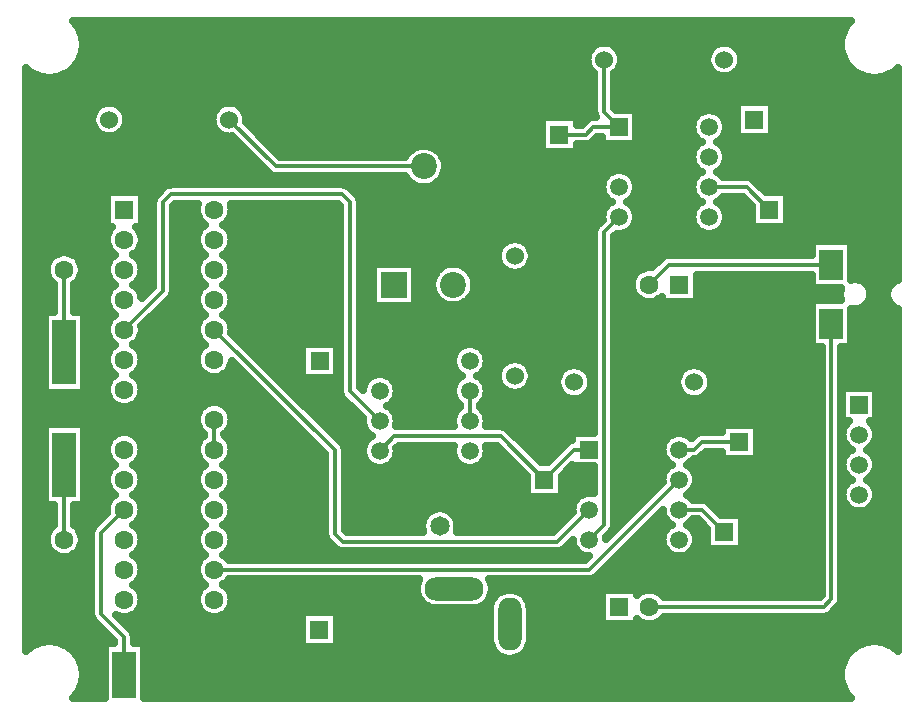
<source format=gbr>
G04 DipTrace 3.3.0.1*
G04 Top.gbr*
%MOMM*%
G04 #@! TF.FileFunction,Copper,L1,Top*
G04 #@! TF.Part,Single*
G04 #@! TA.AperFunction,Conductor*
%ADD14C,0.33*%
G04 #@! TA.AperFunction,CopperBalancing*
%ADD15C,0.635*%
G04 #@! TA.AperFunction,ComponentPad*
%ADD16R,1.6X1.6*%
%ADD17C,1.6*%
%ADD18C,1.65*%
%ADD19R,2.0X4.0*%
%ADD20R,2.2X2.6*%
%ADD21R,2.0X2.6*%
G04 #@! TA.AperFunction,ComponentPad*
%ADD22O,4.5X2.0*%
%ADD23O,5.0X2.0*%
%ADD24O,2.0X4.5*%
%ADD25C,1.524*%
%ADD26C,1.524*%
%ADD27R,2.2X2.2*%
%ADD28C,2.2*%
%ADD29R,1.5X1.5*%
%ADD30C,1.5*%
%ADD31C,1.5*%
%ADD33R,2.0X5.5*%
%FSLAX35Y35*%
G04*
G71*
G90*
G75*
G01*
G04 Top*
%LPD*%
X1508000Y4810000D2*
D14*
Y4109000D1*
X4941000Y3528000D2*
Y3782000D1*
X6461000Y4683000D2*
X6630000Y4852000D1*
X8003000D1*
X6461000Y1952500D2*
X7937000D1*
X8003000Y2018500D1*
Y4352000D1*
X7477000Y5318000D2*
X7286500Y5508500D1*
X6969000D1*
X1508000Y2524000D2*
Y3159000D1*
X5953000Y2524000D2*
X6077500Y2648500D1*
Y5125000D1*
X6207000Y5254500D1*
X6715000Y3032000D2*
X5953000Y2270000D1*
X2778000D1*
X5953000Y2778000D2*
X5682000Y2507000D1*
X3866500D1*
X3800500Y2573000D1*
Y3279500D1*
X2778000Y4302000D1*
X7096000Y2587500D2*
X6905500Y2778000D1*
X6715000D1*
Y3286000D2*
X6839500D1*
X6903000Y3349500D1*
X7223000D1*
X2016000Y2778000D2*
X1820500Y2582500D1*
Y1891993D1*
X2016000Y1696490D1*
Y1381000D1*
X4179000Y3528000D2*
X3925813Y3781187D1*
Y5381500D1*
X3859813Y5447500D1*
X2412120D1*
X2346120Y5381500D1*
Y4632120D1*
X2016000Y4302000D1*
X4552000Y5683000D2*
X3302000D1*
X2905000Y6080000D1*
X5699000Y5953000D2*
X5922560D1*
X5986060Y6016500D1*
X6207000D1*
X2778000Y3286000D2*
Y3540000D1*
X5572000Y3032000D2*
X5205490Y3398510D1*
X4303510D1*
X4179000Y3274000D1*
X6207000Y6016500D2*
X6080000Y6143500D1*
Y6588000D1*
X5572000Y3032000D2*
X5826000Y3286000D1*
X5953000D1*
X1634397Y6851083D2*
D15*
X8112553D1*
X1659827Y6787917D2*
X8087127D1*
X1669303Y6724750D2*
X6030147D1*
X6129800D2*
X7046150D1*
X7145803D2*
X8077737D1*
X1664290Y6661583D2*
X5950483D1*
X6209553D2*
X6966487D1*
X7225553D2*
X8082660D1*
X1644240Y6598417D2*
X5930523D1*
X6229420D2*
X6946527D1*
X7245423D2*
X8102803D1*
X1604773Y6535250D2*
X5940187D1*
X6219760D2*
X6956187D1*
X7235763D2*
X8142270D1*
X1188147Y6472083D2*
X1231227D1*
X1530763D2*
X5989040D1*
X6170907D2*
X7005043D1*
X7186910D2*
X8216280D1*
X8515723D2*
X8558897D1*
X1188147Y6408917D2*
X5989860D1*
X6170177D2*
X8558897D1*
X1188147Y6345750D2*
X5989860D1*
X6170177D2*
X8558897D1*
X1188147Y6282583D2*
X5989860D1*
X6170177D2*
X8558897D1*
X1188147Y6219417D2*
X1848740D1*
X1929253D2*
X2864743D1*
X2945253D2*
X5989860D1*
X6170177D2*
X7196357D1*
X7503640D2*
X8558897D1*
X1188147Y6156250D2*
X1761057D1*
X2016933D2*
X2777060D1*
X3032937D2*
X5989860D1*
X6355660D2*
X6935863D1*
X7002157D2*
X7196357D1*
X7503640D2*
X8558897D1*
X1188147Y6093083D2*
X1739730D1*
X2038263D2*
X2755733D1*
X3054267D2*
X5545340D1*
X5852623D2*
X5945747D1*
X6355660D2*
X6842710D1*
X7095307D2*
X7196357D1*
X7503640D2*
X8558897D1*
X1188147Y6029917D2*
X1748207D1*
X2029787D2*
X2764210D1*
X3079970D2*
X5545340D1*
X6355660D2*
X6821020D1*
X7117000D2*
X7196357D1*
X7503640D2*
X8558897D1*
X1188147Y5966750D2*
X1794507D1*
X1983483D2*
X2810510D1*
X3143133D2*
X5545340D1*
X6355660D2*
X6829313D1*
X7108613D2*
X7196357D1*
X7503640D2*
X8558897D1*
X1188147Y5903583D2*
X2956527D1*
X3206297D2*
X5545340D1*
X5998003D2*
X6058400D1*
X6355660D2*
X6876070D1*
X7061947D2*
X8558897D1*
X1188147Y5840417D2*
X3019780D1*
X3269460D2*
X4464080D1*
X4639930D2*
X5545340D1*
X5852623D2*
X6843623D1*
X7094397D2*
X8558897D1*
X1188147Y5777250D2*
X3082947D1*
X3332623D2*
X4395447D1*
X4708470D2*
X6821110D1*
X7116910D2*
X8558897D1*
X1188147Y5714083D2*
X3146110D1*
X4732897D2*
X6828857D1*
X7109160D2*
X8558897D1*
X1188147Y5650917D2*
X3209273D1*
X4732717D2*
X6874340D1*
X7063680D2*
X8558897D1*
X1188147Y5587750D2*
X4396083D1*
X4707923D2*
X6082463D1*
X6331503D2*
X6844443D1*
X7320073D2*
X8558897D1*
X1188147Y5524583D2*
X2372920D1*
X3899003D2*
X4466083D1*
X4637923D2*
X6059313D1*
X6354747D2*
X6821293D1*
X7395267D2*
X8558897D1*
X1188147Y5461417D2*
X1862320D1*
X2169603D2*
X2301187D1*
X3970737D2*
X6066330D1*
X6347637D2*
X6828400D1*
X7630607D2*
X8558897D1*
X1188147Y5398250D2*
X1862320D1*
X2169603D2*
X2257710D1*
X4014303D2*
X6110720D1*
X6303340D2*
X6872697D1*
X7065320D2*
X7271917D1*
X7630607D2*
X8558897D1*
X1188147Y5335083D2*
X1862320D1*
X2169603D2*
X2255980D1*
X2436297D2*
X2625393D1*
X2930670D2*
X3835627D1*
X4015947D2*
X6083377D1*
X6330593D2*
X6845353D1*
X7092663D2*
X7323323D1*
X7630607D2*
X8558897D1*
X1188147Y5271917D2*
X1862320D1*
X2169603D2*
X2255980D1*
X2436297D2*
X2631773D1*
X2924200D2*
X3835627D1*
X4015947D2*
X6059403D1*
X6354563D2*
X6821473D1*
X7116543D2*
X7323323D1*
X7630607D2*
X8558897D1*
X1188147Y5208750D2*
X1862320D1*
X2169603D2*
X2255980D1*
X2436297D2*
X2672880D1*
X2883093D2*
X3835627D1*
X4015947D2*
X6036437D1*
X6348093D2*
X6827947D1*
X7110073D2*
X7323323D1*
X7630607D2*
X8558897D1*
X1188147Y5145583D2*
X1887020D1*
X2144993D2*
X2255980D1*
X2436297D2*
X2649000D1*
X2906973D2*
X3835627D1*
X4015947D2*
X5989950D1*
X6304890D2*
X6871057D1*
X7066870D2*
X8558897D1*
X1188147Y5082417D2*
X1863507D1*
X2168510D2*
X2255980D1*
X2436297D2*
X2625483D1*
X2930490D2*
X3835627D1*
X4015947D2*
X5987400D1*
X6167623D2*
X8558897D1*
X1188147Y5019250D2*
X1869340D1*
X2162677D2*
X2255980D1*
X2436297D2*
X2631317D1*
X2924657D2*
X3835627D1*
X4015947D2*
X5207463D1*
X5436543D2*
X5987400D1*
X6167623D2*
X7829363D1*
X8176660D2*
X8558897D1*
X1188147Y4956083D2*
X1482880D1*
X1533200D2*
X1909443D1*
X2122573D2*
X2255980D1*
X2436297D2*
X2671423D1*
X2884553D2*
X3835627D1*
X4015947D2*
X5175563D1*
X5468447D2*
X5987400D1*
X6167623D2*
X7829363D1*
X8176660D2*
X8558897D1*
X1188147Y4892917D2*
X1379887D1*
X1636127D2*
X1887933D1*
X2144083D2*
X2255980D1*
X2436297D2*
X2649913D1*
X2906063D2*
X3835627D1*
X4015947D2*
X5175837D1*
X5468170D2*
X5987400D1*
X6167623D2*
X6546030D1*
X8176660D2*
X8558897D1*
X1188147Y4829750D2*
X1355733D1*
X1660280D2*
X1863687D1*
X2168327D2*
X2255980D1*
X2436297D2*
X2625667D1*
X2930307D2*
X3835627D1*
X4015947D2*
X4118363D1*
X4485620D2*
X4696137D1*
X4907807D2*
X5208377D1*
X5435633D2*
X5987400D1*
X6167623D2*
X6442033D1*
X8176660D2*
X8558897D1*
X1188147Y4766583D2*
X1360927D1*
X1655087D2*
X1868883D1*
X2163133D2*
X2255980D1*
X2436297D2*
X2630863D1*
X2925113D2*
X3835627D1*
X4015947D2*
X4118363D1*
X4485620D2*
X4639260D1*
X4964683D2*
X5987400D1*
X6167623D2*
X6333387D1*
X6868627D2*
X7829363D1*
X8176660D2*
X8558897D1*
X1188147Y4703417D2*
X1400030D1*
X1615983D2*
X1907983D1*
X2124030D2*
X2255980D1*
X2436297D2*
X2669963D1*
X2886010D2*
X3835627D1*
X4015947D2*
X4118363D1*
X4485620D2*
X4619573D1*
X4984460D2*
X5987400D1*
X6167623D2*
X6308780D1*
X6868627D2*
X7829363D1*
X8286310D2*
X8519703D1*
X1188147Y4640250D2*
X1417893D1*
X1598120D2*
X1888843D1*
X2143170D2*
X2229363D1*
X2436297D2*
X2650823D1*
X2905150D2*
X3835627D1*
X4015947D2*
X4118363D1*
X4485620D2*
X4623583D1*
X4980450D2*
X5987400D1*
X6167623D2*
X6313700D1*
X6868627D2*
X8075277D1*
X8330790D2*
X8475223D1*
X1188147Y4577083D2*
X1417893D1*
X1598120D2*
X1863870D1*
X2415607D2*
X2625850D1*
X2930123D2*
X3835627D1*
X4015947D2*
X4118363D1*
X4485620D2*
X4653480D1*
X4950553D2*
X5987400D1*
X6167623D2*
X6352257D1*
X6868627D2*
X8071813D1*
X8334160D2*
X8471853D1*
X1188147Y4513917D2*
X1417893D1*
X1598120D2*
X1868520D1*
X2352807D2*
X2630497D1*
X2925477D2*
X3835627D1*
X4015947D2*
X4118363D1*
X4485620D2*
X4742347D1*
X4861687D2*
X5987400D1*
X6167623D2*
X7829363D1*
X8301257D2*
X8504757D1*
X1188147Y4450750D2*
X1334403D1*
X1681610D2*
X1906617D1*
X2289643D2*
X2668597D1*
X2887377D2*
X3835627D1*
X4015947D2*
X5987400D1*
X6167623D2*
X7829363D1*
X8176660D2*
X8558897D1*
X1188147Y4387583D2*
X1334403D1*
X1681610D2*
X1889757D1*
X2226387D2*
X2651733D1*
X2904240D2*
X3835627D1*
X4015947D2*
X5987400D1*
X6167623D2*
X7829363D1*
X8176660D2*
X8558897D1*
X1188147Y4324417D2*
X1334403D1*
X1681610D2*
X1864053D1*
X2167963D2*
X2626030D1*
X2929943D2*
X3835627D1*
X4015947D2*
X5987400D1*
X6167623D2*
X7829363D1*
X8176660D2*
X8558897D1*
X1188147Y4261250D2*
X1334403D1*
X1681610D2*
X1868153D1*
X2163863D2*
X2630133D1*
X2943613D2*
X3835627D1*
X4015947D2*
X5987400D1*
X6167623D2*
X7829363D1*
X8176660D2*
X8558897D1*
X1188147Y4198083D2*
X1334403D1*
X1681610D2*
X1905250D1*
X2126767D2*
X2667230D1*
X3006780D2*
X3835627D1*
X4015947D2*
X5987400D1*
X6167623D2*
X7829363D1*
X8176660D2*
X8558897D1*
X1188147Y4134917D2*
X1334403D1*
X1681610D2*
X1890757D1*
X2141257D2*
X2652737D1*
X3069943D2*
X3517347D1*
X4015947D2*
X4832400D1*
X5049630D2*
X5987400D1*
X6167623D2*
X7912853D1*
X8093170D2*
X8558897D1*
X1188147Y4071750D2*
X1334403D1*
X1681610D2*
X1864327D1*
X2167690D2*
X2626303D1*
X3133107D2*
X3517347D1*
X4015947D2*
X4796943D1*
X5085087D2*
X5987400D1*
X6167623D2*
X7912853D1*
X8093170D2*
X8558897D1*
X1188147Y4008583D2*
X1334403D1*
X1681610D2*
X1867697D1*
X2164227D2*
X2629770D1*
X2926297D2*
X2946607D1*
X3196270D2*
X3517347D1*
X4015947D2*
X4795030D1*
X5087000D2*
X5212387D1*
X5431623D2*
X5987400D1*
X6167623D2*
X7912853D1*
X8093170D2*
X8558897D1*
X1188147Y3945417D2*
X1334403D1*
X1681610D2*
X1903973D1*
X2128040D2*
X2665953D1*
X2890020D2*
X3009757D1*
X3259433D2*
X3517347D1*
X4015947D2*
X4824923D1*
X5057103D2*
X5176840D1*
X5467170D2*
X5706213D1*
X5945777D2*
X5987400D1*
X6167623D2*
X6722217D1*
X6961780D2*
X7912853D1*
X8093170D2*
X8558897D1*
X1188147Y3882250D2*
X1334403D1*
X1681610D2*
X1891760D1*
X2140253D2*
X3072920D1*
X3322600D2*
X3835627D1*
X4015947D2*
X4071697D1*
X4286283D2*
X4833673D1*
X5048353D2*
X5174650D1*
X5469357D2*
X5678323D1*
X6167623D2*
X6694327D1*
X6989670D2*
X7912853D1*
X8093170D2*
X8558897D1*
X1188147Y3819083D2*
X1334403D1*
X1681610D2*
X1864507D1*
X2167507D2*
X3136083D1*
X3385763D2*
X3835627D1*
X4015947D2*
X4035273D1*
X4322743D2*
X4797307D1*
X5084720D2*
X5203817D1*
X5440190D2*
X5681423D1*
X6167623D2*
X6697423D1*
X6986570D2*
X7912853D1*
X8093170D2*
X8558897D1*
X1188147Y3755917D2*
X1867333D1*
X2164590D2*
X3199247D1*
X3448927D2*
X3839547D1*
X4325203D2*
X4794757D1*
X5087273D2*
X5718337D1*
X5933653D2*
X5987400D1*
X6167623D2*
X6734340D1*
X6949657D2*
X7912853D1*
X8387663D2*
X8558897D1*
X1188147Y3692750D2*
X1902697D1*
X2129317D2*
X3262413D1*
X3512090D2*
X3889403D1*
X4296127D2*
X4823830D1*
X5058197D2*
X5987400D1*
X6167623D2*
X7912853D1*
X8387663D2*
X8558897D1*
X1188147Y3629583D2*
X2654743D1*
X2901230D2*
X3325577D1*
X3575253D2*
X3952567D1*
X4285007D2*
X4835043D1*
X5046987D2*
X5987400D1*
X6167623D2*
X7912853D1*
X8387663D2*
X8558897D1*
X1188147Y3566417D2*
X2626760D1*
X2929213D2*
X3388740D1*
X3638420D2*
X4015733D1*
X4322377D2*
X4797673D1*
X5084357D2*
X5987400D1*
X6167623D2*
X7912853D1*
X8387663D2*
X8558897D1*
X1188147Y3503250D2*
X2629040D1*
X2927027D2*
X3451903D1*
X3701583D2*
X4032503D1*
X4325477D2*
X4794573D1*
X5087457D2*
X5987400D1*
X6167623D2*
X7912853D1*
X8093170D2*
X8122673D1*
X8355397D2*
X8558897D1*
X1188147Y3440083D2*
X1334403D1*
X1681610D2*
X2663400D1*
X2892573D2*
X3515067D1*
X3764747D2*
X4060757D1*
X5288797D2*
X5987400D1*
X6167623D2*
X7069390D1*
X7376673D2*
X7912853D1*
X8385020D2*
X8558897D1*
X1188147Y3376917D2*
X1334403D1*
X1681610D2*
X1893767D1*
X2138250D2*
X2655747D1*
X2900230D2*
X3578233D1*
X3827910D2*
X4074430D1*
X5351960D2*
X5804377D1*
X6167623D2*
X6599170D1*
X7376673D2*
X7912853D1*
X8383017D2*
X8558897D1*
X1188147Y3313750D2*
X1334403D1*
X1681610D2*
X1864963D1*
X2166960D2*
X2627033D1*
X2929030D2*
X3641397D1*
X3883327D2*
X4036057D1*
X4343613D2*
X4798037D1*
X5083993D2*
X5165447D1*
X5415123D2*
X5728910D1*
X6167623D2*
X6569090D1*
X7376673D2*
X7912853D1*
X8093170D2*
X8130693D1*
X8347287D2*
X8558897D1*
X1188147Y3250583D2*
X1334403D1*
X1681610D2*
X1866697D1*
X2165320D2*
X2628673D1*
X2927300D2*
X3704560D1*
X3890620D2*
X4032320D1*
X4325660D2*
X4794300D1*
X5087730D2*
X5228610D1*
X5478290D2*
X5665747D1*
X6167623D2*
X6570823D1*
X6928967D2*
X7069390D1*
X7376673D2*
X7912853D1*
X8093170D2*
X8123767D1*
X8354213D2*
X8558897D1*
X1188147Y3187417D2*
X1334403D1*
X1681610D2*
X1900237D1*
X2131780D2*
X2662217D1*
X2893757D2*
X3710393D1*
X3890620D2*
X4059757D1*
X4298223D2*
X4821733D1*
X5060293D2*
X5291773D1*
X5541453D2*
X5602580D1*
X6167623D2*
X6606007D1*
X6823967D2*
X7912853D1*
X8384747D2*
X8558897D1*
X1188147Y3124250D2*
X1334403D1*
X1681610D2*
X1894860D1*
X2137157D2*
X2656840D1*
X2899137D2*
X3710393D1*
X3890620D2*
X5354937D1*
X5789097D2*
X5987400D1*
X6167623D2*
X6600353D1*
X6829707D2*
X7912853D1*
X8383290D2*
X8558897D1*
X1188147Y3061083D2*
X1334403D1*
X1681610D2*
X1865237D1*
X2166780D2*
X2627217D1*
X2928757D2*
X3710393D1*
X3890620D2*
X5418103D1*
X5725933D2*
X5987400D1*
X6167623D2*
X6569363D1*
X6860607D2*
X7912853D1*
X8093170D2*
X8129417D1*
X8348563D2*
X8558897D1*
X1188147Y2997917D2*
X1334403D1*
X1681610D2*
X1866330D1*
X2165683D2*
X2628400D1*
X2927663D2*
X3710393D1*
X3890620D2*
X5418377D1*
X5725660D2*
X5987400D1*
X6167623D2*
X6556057D1*
X6859513D2*
X7912853D1*
X8093170D2*
X8124860D1*
X8353120D2*
X8558897D1*
X1188147Y2934750D2*
X1334403D1*
X1681610D2*
X1899053D1*
X2132963D2*
X2661030D1*
X2894943D2*
X3710393D1*
X3890620D2*
X5418377D1*
X5725660D2*
X5987400D1*
X6167623D2*
X6492893D1*
X6825243D2*
X7912853D1*
X8384473D2*
X8558897D1*
X1188147Y2871583D2*
X1334403D1*
X1681610D2*
X1895953D1*
X2136063D2*
X2657933D1*
X2898133D2*
X3710393D1*
X3890620D2*
X5839470D1*
X6167623D2*
X6429730D1*
X6828523D2*
X7912853D1*
X8383653D2*
X8558897D1*
X1188147Y2808417D2*
X1417893D1*
X1598120D2*
X1865510D1*
X2166503D2*
X2627490D1*
X2928483D2*
X3710393D1*
X3890620D2*
X5807660D1*
X6167623D2*
X6366567D1*
X6999970D2*
X7912853D1*
X8093170D2*
X8128140D1*
X8349837D2*
X8558897D1*
X1188147Y2745250D2*
X1417893D1*
X1598120D2*
X1858400D1*
X2165957D2*
X2628037D1*
X2927937D2*
X3710393D1*
X3890620D2*
X4575093D1*
X4798980D2*
X5795447D1*
X6167623D2*
X6303400D1*
X7063133D2*
X7912853D1*
X8093170D2*
X8558897D1*
X1188147Y2682083D2*
X1417893D1*
X1598120D2*
X1795237D1*
X2134147D2*
X2659847D1*
X2896127D2*
X3710393D1*
X3890620D2*
X4537177D1*
X4836803D2*
X5732280D1*
X6167623D2*
X6240237D1*
X6489917D2*
X6603543D1*
X6826427D2*
X6876527D1*
X7249617D2*
X7912853D1*
X8093170D2*
X8558897D1*
X1188147Y2618917D2*
X1389000D1*
X1627013D2*
X1738727D1*
X2134970D2*
X2659027D1*
X2896947D2*
X3710393D1*
X3890620D2*
X4532257D1*
X4841817D2*
X5669027D1*
X6426753D2*
X6602633D1*
X6827337D2*
X6939780D1*
X7249617D2*
X7912853D1*
X8093170D2*
X8558897D1*
X1188147Y2555750D2*
X1357830D1*
X1658183D2*
X1730340D1*
X2166140D2*
X2627853D1*
X2928210D2*
X3712127D1*
X6363587D2*
X6569913D1*
X6860060D2*
X6942333D1*
X7249617D2*
X7912853D1*
X8093170D2*
X8558897D1*
X1188147Y2492583D2*
X1357737D1*
X1658277D2*
X1730340D1*
X2166230D2*
X2627763D1*
X2928210D2*
X3756057D1*
X6300423D2*
X6569913D1*
X6860150D2*
X6942333D1*
X7249617D2*
X7912853D1*
X8093170D2*
X8558897D1*
X1188147Y2429417D2*
X1388727D1*
X1627287D2*
X1730340D1*
X2135243D2*
X2658753D1*
X2897220D2*
X3828520D1*
X5720007D2*
X5840380D1*
X6237260D2*
X6602360D1*
X6827613D2*
X7912853D1*
X8093170D2*
X8558897D1*
X1188147Y2366250D2*
X1730340D1*
X2133873D2*
X2660120D1*
X2895853D2*
X5924417D1*
X6174097D2*
X7912853D1*
X8093170D2*
X8558897D1*
X1188147Y2303083D2*
X1730340D1*
X2165867D2*
X2628127D1*
X6110933D2*
X7912853D1*
X8093170D2*
X8558897D1*
X1188147Y2239917D2*
X1730340D1*
X2166503D2*
X2627490D1*
X6047767D2*
X7912853D1*
X8093170D2*
X8558897D1*
X1188147Y2176750D2*
X1730340D1*
X2136337D2*
X2657660D1*
X2898407D2*
X4501173D1*
X5118900D2*
X7912853D1*
X8093170D2*
X8558897D1*
X1188147Y2113583D2*
X1730340D1*
X2132690D2*
X2661303D1*
X2894670D2*
X4486410D1*
X5133577D2*
X7912853D1*
X8093170D2*
X8558897D1*
X1188147Y2050417D2*
X1730340D1*
X2165593D2*
X2628400D1*
X2927573D2*
X4496617D1*
X5123457D2*
X5154507D1*
X5405553D2*
X6053387D1*
X6577417D2*
X7910030D1*
X8093170D2*
X8558897D1*
X1188147Y1987250D2*
X1730340D1*
X2166780D2*
X2627217D1*
X2928850D2*
X4537907D1*
X5082170D2*
X5115407D1*
X5444563D2*
X6053387D1*
X8087063D2*
X8558897D1*
X1188147Y1924083D2*
X1730340D1*
X2137430D2*
X2656567D1*
X2899410D2*
X5106383D1*
X5453680D2*
X6053387D1*
X8033470D2*
X8558897D1*
X1188147Y1860917D2*
X1736357D1*
X1976467D2*
X3513337D1*
X3820620D2*
X5106383D1*
X5453680D2*
X6053387D1*
X6582703D2*
X8558897D1*
X1188147Y1797750D2*
X1789860D1*
X2039630D2*
X3513337D1*
X3820620D2*
X5106383D1*
X5453680D2*
X8558897D1*
X1188147Y1734583D2*
X1853023D1*
X2096960D2*
X3513337D1*
X3820620D2*
X5106383D1*
X5453680D2*
X8558897D1*
X1188147Y1671417D2*
X1916187D1*
X2106167D2*
X3513337D1*
X3820620D2*
X5106747D1*
X5453223D2*
X8558897D1*
X1188147Y1608250D2*
X1207590D1*
X1554460D2*
X1842360D1*
X2189657D2*
X5123973D1*
X5435997D2*
X8192490D1*
X8539513D2*
X8558897D1*
X1616803Y1545083D2*
X1842360D1*
X2189657D2*
X5178937D1*
X5381037D2*
X8130237D1*
X1650803Y1481917D2*
X1842360D1*
X2189657D2*
X8096240D1*
X1666933Y1418750D2*
X1842360D1*
X2189657D2*
X8080107D1*
X1668303Y1355583D2*
X1842360D1*
X2189657D2*
X8078740D1*
X1655177Y1292417D2*
X1842360D1*
X2189657D2*
X8091863D1*
X1625100Y1229250D2*
X1842360D1*
X2189657D2*
X8121853D1*
X3547043Y4183290D2*
X3818290D1*
Y3888710D1*
X3523710D1*
Y4183290D1*
X3547043D1*
X4836327Y2627247D2*
X4832650Y2604033D1*
X4828743Y2590773D1*
X5647217Y2590790D1*
X5812427Y2755923D1*
X5810710Y2778000D1*
X5812463Y2800260D1*
X5817673Y2821970D1*
X5826220Y2842597D1*
X5837883Y2861637D1*
X5852387Y2878613D1*
X5869363Y2893117D1*
X5888403Y2904780D1*
X5909030Y2913327D1*
X5930740Y2918537D1*
X5953000Y2920290D1*
X5975260Y2918537D1*
X5993737Y2914237D1*
X5993710Y3143697D1*
X5810710Y3143710D1*
Y3152187D1*
X5719290Y3060793D1*
Y2884710D1*
X5424710D1*
Y3060713D1*
X5170847Y3314657D1*
X5077430Y3314720D1*
X5081537Y3296260D1*
X5083290Y3274000D1*
X5081537Y3251740D1*
X5076327Y3230030D1*
X5067780Y3209403D1*
X5056117Y3190363D1*
X5041613Y3173387D1*
X5024637Y3158883D1*
X5005597Y3147220D1*
X4984970Y3138673D1*
X4963260Y3133463D1*
X4941000Y3131710D1*
X4918740Y3133463D1*
X4897030Y3138673D1*
X4876403Y3147220D1*
X4857363Y3158883D1*
X4840387Y3173387D1*
X4825883Y3190363D1*
X4814220Y3209403D1*
X4805673Y3230030D1*
X4800463Y3251740D1*
X4798710Y3274000D1*
X4800463Y3296260D1*
X4804763Y3314737D1*
X4338237Y3314720D1*
X4319513Y3296017D1*
X4321290Y3274000D1*
X4319537Y3251740D1*
X4314327Y3230030D1*
X4305780Y3209403D1*
X4294117Y3190363D1*
X4279613Y3173387D1*
X4262637Y3158883D1*
X4243597Y3147220D1*
X4222970Y3138673D1*
X4201260Y3133463D1*
X4179000Y3131710D1*
X4156740Y3133463D1*
X4135030Y3138673D1*
X4114403Y3147220D1*
X4095363Y3158883D1*
X4078387Y3173387D1*
X4063883Y3190363D1*
X4052220Y3209403D1*
X4043673Y3230030D1*
X4038463Y3251740D1*
X4036710Y3274000D1*
X4038463Y3296260D1*
X4043673Y3317970D1*
X4052220Y3338597D1*
X4063883Y3357637D1*
X4078387Y3374613D1*
X4095363Y3389117D1*
X4114837Y3400983D1*
X4095363Y3412883D1*
X4078387Y3427387D1*
X4063883Y3444363D1*
X4052220Y3463403D1*
X4043673Y3484030D1*
X4038463Y3505740D1*
X4036710Y3528000D1*
X4038437Y3550043D1*
X3862100Y3726770D1*
X3854370Y3737407D1*
X3848400Y3749120D1*
X3844337Y3761627D1*
X3842280Y3774613D1*
X3842023Y3944520D1*
Y5346800D1*
X3825123Y5363693D1*
X2918080Y5363517D1*
X2923477Y5341040D1*
X2925290Y5318000D1*
X2923477Y5294960D1*
X2918080Y5272483D1*
X2909237Y5251133D1*
X2897160Y5231427D1*
X2882150Y5213850D1*
X2864573Y5198840D1*
X2852553Y5191067D1*
X2864573Y5183160D1*
X2882150Y5168150D1*
X2897160Y5150573D1*
X2909237Y5130867D1*
X2918080Y5109517D1*
X2923477Y5087040D1*
X2925290Y5064000D1*
X2923477Y5040960D1*
X2918080Y5018483D1*
X2909237Y4997133D1*
X2897160Y4977427D1*
X2882150Y4959850D1*
X2864573Y4944840D1*
X2852553Y4937067D1*
X2864573Y4929160D1*
X2882150Y4914150D1*
X2897160Y4896573D1*
X2909237Y4876867D1*
X2918080Y4855517D1*
X2923477Y4833040D1*
X2925290Y4810000D1*
X2923477Y4786960D1*
X2918080Y4764483D1*
X2909237Y4743133D1*
X2897160Y4723427D1*
X2882150Y4705850D1*
X2864573Y4690840D1*
X2852553Y4683067D1*
X2864573Y4675160D1*
X2882150Y4660150D1*
X2897160Y4642573D1*
X2909237Y4622867D1*
X2918080Y4601517D1*
X2923477Y4579040D1*
X2925290Y4556000D1*
X2923477Y4532960D1*
X2918080Y4510483D1*
X2909237Y4489133D1*
X2897160Y4469427D1*
X2882150Y4451850D1*
X2864573Y4436840D1*
X2852553Y4429067D1*
X2864573Y4421160D1*
X2882150Y4406150D1*
X2897160Y4388573D1*
X2909237Y4368867D1*
X2918080Y4347517D1*
X2923477Y4325040D1*
X2925290Y4302000D1*
X2923477Y4278960D1*
X2922817Y4275637D1*
X3864213Y3333917D1*
X3871943Y3323280D1*
X3877913Y3311567D1*
X3881973Y3299060D1*
X3884033Y3286073D1*
X3884290Y3116167D1*
Y2607663D1*
X3901190Y2590807D1*
X4545263Y2590790D1*
X4541350Y2604033D1*
X4537673Y2627247D1*
Y2650753D1*
X4541350Y2673967D1*
X4548613Y2696323D1*
X4559283Y2717267D1*
X4573100Y2736280D1*
X4589720Y2752900D1*
X4608733Y2766717D1*
X4629677Y2777387D1*
X4652033Y2784650D1*
X4675247Y2788327D1*
X4698753D1*
X4721967Y2784650D1*
X4744323Y2777387D1*
X4765267Y2766717D1*
X4784280Y2752900D1*
X4800900Y2736280D1*
X4814717Y2717267D1*
X4825387Y2696323D1*
X4832650Y2673967D1*
X4836327Y2650753D1*
Y2627247D1*
X3543043Y1909290D2*
X3814290D1*
Y1614710D1*
X3519710D1*
Y1909290D1*
X3543043D1*
X5575043Y6100290D2*
X5846290D1*
Y6036760D1*
X5887763Y6036790D1*
X5931643Y6080213D1*
X5942280Y6087943D1*
X5953993Y6093913D1*
X5966500Y6097973D1*
X5979487Y6100033D1*
X6008210Y6100290D1*
X6002587Y6111433D1*
X5998523Y6123940D1*
X5996467Y6136927D1*
X5996210Y6306833D1*
X5995660Y6471913D1*
X5978537Y6486537D1*
X5963913Y6503660D1*
X5952150Y6522857D1*
X5943533Y6543660D1*
X5938277Y6565553D1*
X5936510Y6588000D1*
X5938277Y6610447D1*
X5943533Y6632340D1*
X5952150Y6653143D1*
X5963913Y6672340D1*
X5978537Y6689463D1*
X5995660Y6704087D1*
X6014857Y6715850D1*
X6035660Y6724467D1*
X6057553Y6729723D1*
X6080000Y6731490D1*
X6102447Y6729723D1*
X6124340Y6724467D1*
X6145143Y6715850D1*
X6164340Y6704087D1*
X6181463Y6689463D1*
X6196087Y6672340D1*
X6207850Y6653143D1*
X6216467Y6632340D1*
X6221723Y6610447D1*
X6223490Y6588000D1*
X6221723Y6565553D1*
X6216467Y6543660D1*
X6207850Y6522857D1*
X6196087Y6503660D1*
X6181463Y6486537D1*
X6163793Y6471547D1*
X6163790Y6178117D1*
X6183267Y6158730D1*
X6349290Y6158790D1*
Y5874210D1*
X6064710D1*
Y5932633D1*
X6020790Y5932710D1*
X5976977Y5889287D1*
X5966340Y5881557D1*
X5954627Y5875587D1*
X5942120Y5871527D1*
X5929133Y5869467D1*
X5846270Y5869210D1*
X5846290Y5805710D1*
X5551710D1*
Y6100290D1*
X5575043D1*
X6567697Y4581603D2*
X6556657Y4571000D1*
X6537960Y4557413D1*
X6517367Y4546923D1*
X6495383Y4539780D1*
X6472557Y4536163D1*
X6449443D1*
X6426617Y4539780D1*
X6404633Y4546923D1*
X6384040Y4557413D1*
X6365343Y4571000D1*
X6349000Y4587343D1*
X6335413Y4606040D1*
X6324923Y4626633D1*
X6317780Y4648617D1*
X6314163Y4671443D1*
Y4694557D1*
X6317780Y4717383D1*
X6324923Y4739367D1*
X6335413Y4759960D1*
X6349000Y4778657D1*
X6365343Y4795000D1*
X6384040Y4808587D1*
X6404633Y4819077D1*
X6426617Y4826220D1*
X6449443Y4829837D1*
X6472557D1*
X6487363Y4827817D1*
X6575583Y4915713D1*
X6586220Y4923443D1*
X6597933Y4929413D1*
X6610440Y4933477D1*
X6623427Y4935533D1*
X6793333Y4935790D1*
X7835767D1*
X7835710Y5049290D1*
X8170290D1*
Y4725083D1*
X8193013Y4728897D1*
X8212987D1*
X8232717Y4725773D1*
X8251713Y4719600D1*
X8269510Y4710533D1*
X8285667Y4698793D1*
X8299793Y4684667D1*
X8311533Y4668510D1*
X8320600Y4650713D1*
X8326773Y4631717D1*
X8329897Y4611987D1*
Y4592013D1*
X8326773Y4572283D1*
X8320600Y4553287D1*
X8311533Y4535490D1*
X8299793Y4519333D1*
X8285667Y4505207D1*
X8269510Y4493467D1*
X8251713Y4484400D1*
X8232717Y4478227D1*
X8212987Y4475103D1*
X8193013D1*
X8173283Y4478227D1*
X8170317Y4479063D1*
X8170290Y4154710D1*
X8086710D1*
X8086790Y2018500D1*
X8085760Y2005393D1*
X8082690Y1992607D1*
X8077657Y1980460D1*
X8070787Y1969250D1*
X8062230Y1959233D1*
X7991417Y1888787D1*
X7980780Y1881057D1*
X7969067Y1875087D1*
X7956560Y1871023D1*
X7943573Y1868967D1*
X7773667Y1868710D1*
X6582117D1*
X6573000Y1856843D1*
X6556657Y1840500D1*
X6537960Y1826913D1*
X6517367Y1816423D1*
X6495383Y1809280D1*
X6472557Y1805663D1*
X6449443D1*
X6426617Y1809280D1*
X6404633Y1816423D1*
X6384040Y1826913D1*
X6365343Y1840500D1*
X6354303Y1851103D1*
X6354290Y1805210D1*
X6059710D1*
Y2099790D1*
X6354290D1*
Y2053943D1*
X6365343Y2064500D1*
X6384040Y2078087D1*
X6404633Y2088577D1*
X6426617Y2095720D1*
X6449443Y2099337D1*
X6472557D1*
X6495383Y2095720D1*
X6517367Y2088577D1*
X6537960Y2078087D1*
X6556657Y2064500D1*
X6573000Y2048157D1*
X6582043Y2036257D1*
X7902290Y2036290D1*
X7919193Y2053190D1*
X7919210Y4154683D1*
X7835710Y4154710D1*
Y4549290D1*
X8087183D1*
X8081940Y4562667D1*
X8077277Y4582087D1*
X8075710Y4602000D1*
X8077277Y4621913D1*
X8081940Y4641333D1*
X8087247Y4654717D1*
X7835710Y4654710D1*
Y4768187D1*
X6862310Y4768210D1*
X6862290Y4535710D1*
X6567710D1*
Y4581557D1*
X7448290Y5465290D2*
X7624290D1*
Y5170710D1*
X7329710D1*
Y5346713D1*
X7251793Y5424710D1*
X7084067D1*
X7069613Y5407887D1*
X7052637Y5393383D1*
X7033163Y5381517D1*
X7052637Y5369617D1*
X7069613Y5355113D1*
X7084117Y5338137D1*
X7095780Y5319097D1*
X7104327Y5298470D1*
X7109537Y5276760D1*
X7111290Y5254500D1*
X7109537Y5232240D1*
X7104327Y5210530D1*
X7095780Y5189903D1*
X7084117Y5170863D1*
X7069613Y5153887D1*
X7052637Y5139383D1*
X7033597Y5127720D1*
X7012970Y5119173D1*
X6991260Y5113963D1*
X6969000Y5112210D1*
X6946740Y5113963D1*
X6925030Y5119173D1*
X6904403Y5127720D1*
X6885363Y5139383D1*
X6868387Y5153887D1*
X6853883Y5170863D1*
X6842220Y5189903D1*
X6833673Y5210530D1*
X6828463Y5232240D1*
X6826710Y5254500D1*
X6828463Y5276760D1*
X6833673Y5298470D1*
X6842220Y5319097D1*
X6853883Y5338137D1*
X6868387Y5355113D1*
X6885363Y5369617D1*
X6904837Y5381483D1*
X6885363Y5393383D1*
X6868387Y5407887D1*
X6853883Y5424863D1*
X6842220Y5443903D1*
X6833673Y5464530D1*
X6828463Y5486240D1*
X6826710Y5508500D1*
X6828463Y5530760D1*
X6833673Y5552470D1*
X6842220Y5573097D1*
X6853883Y5592137D1*
X6868387Y5609113D1*
X6885363Y5623617D1*
X6904837Y5635483D1*
X6885363Y5647383D1*
X6868387Y5661887D1*
X6853883Y5678863D1*
X6842220Y5697903D1*
X6833673Y5718530D1*
X6828463Y5740240D1*
X6826710Y5762500D1*
X6828463Y5784760D1*
X6833673Y5806470D1*
X6842220Y5827097D1*
X6853883Y5846137D1*
X6868387Y5863113D1*
X6885363Y5877617D1*
X6904837Y5889483D1*
X6885363Y5901383D1*
X6868387Y5915887D1*
X6853883Y5932863D1*
X6842220Y5951903D1*
X6833673Y5972530D1*
X6828463Y5994240D1*
X6826710Y6016500D1*
X6828463Y6038760D1*
X6833673Y6060470D1*
X6842220Y6081097D1*
X6853883Y6100137D1*
X6868387Y6117113D1*
X6885363Y6131617D1*
X6904403Y6143280D1*
X6925030Y6151827D1*
X6946740Y6157037D1*
X6969000Y6158790D1*
X6991260Y6157037D1*
X7012970Y6151827D1*
X7033597Y6143280D1*
X7052637Y6131617D1*
X7069613Y6117113D1*
X7084117Y6100137D1*
X7095780Y6081097D1*
X7104327Y6060470D1*
X7109537Y6038760D1*
X7111290Y6016500D1*
X7109537Y5994240D1*
X7104327Y5972530D1*
X7095780Y5951903D1*
X7084117Y5932863D1*
X7069613Y5915887D1*
X7052637Y5901383D1*
X7033163Y5889517D1*
X7052637Y5877617D1*
X7069613Y5863113D1*
X7084117Y5846137D1*
X7095780Y5827097D1*
X7104327Y5806470D1*
X7109537Y5784760D1*
X7111290Y5762500D1*
X7109537Y5740240D1*
X7104327Y5718530D1*
X7095780Y5697903D1*
X7084117Y5678863D1*
X7069613Y5661887D1*
X7052637Y5647383D1*
X7033163Y5635517D1*
X7052637Y5623617D1*
X7069613Y5609113D1*
X7083980Y5592307D1*
X7293073Y5592033D1*
X7306060Y5589977D1*
X7318567Y5585913D1*
X7330280Y5579943D1*
X7340917Y5572213D1*
X7448160Y5465337D1*
X7226043Y6227290D2*
X7497290D1*
Y5932710D1*
X7202710D1*
Y6227290D1*
X7226043D1*
X5543290Y3179290D2*
X5600713D1*
X5771583Y3349713D1*
X5782220Y3357443D1*
X5793933Y3363413D1*
X5806463Y3367480D1*
X5810710Y3377043D1*
Y3428290D1*
X5993640D1*
X5993967Y5131573D1*
X5996023Y5144560D1*
X6000087Y5157067D1*
X6006057Y5168780D1*
X6013787Y5179417D1*
X6066397Y5232393D1*
X6064710Y5254500D1*
X6066463Y5276760D1*
X6071673Y5298470D1*
X6080220Y5319097D1*
X6091883Y5338137D1*
X6106387Y5355113D1*
X6123363Y5369617D1*
X6142837Y5381483D1*
X6123363Y5393383D1*
X6106387Y5407887D1*
X6091883Y5424863D1*
X6080220Y5443903D1*
X6071673Y5464530D1*
X6066463Y5486240D1*
X6064710Y5508500D1*
X6066463Y5530760D1*
X6071673Y5552470D1*
X6080220Y5573097D1*
X6091883Y5592137D1*
X6106387Y5609113D1*
X6123363Y5623617D1*
X6142403Y5635280D1*
X6163030Y5643827D1*
X6184740Y5649037D1*
X6207000Y5650790D1*
X6229260Y5649037D1*
X6250970Y5643827D1*
X6271597Y5635280D1*
X6290637Y5623617D1*
X6307613Y5609113D1*
X6322117Y5592137D1*
X6333780Y5573097D1*
X6342327Y5552470D1*
X6347537Y5530760D1*
X6349290Y5508500D1*
X6347537Y5486240D1*
X6342327Y5464530D1*
X6333780Y5443903D1*
X6322117Y5424863D1*
X6307613Y5407887D1*
X6290637Y5393383D1*
X6271163Y5381517D1*
X6290637Y5369617D1*
X6307613Y5355113D1*
X6322117Y5338137D1*
X6333780Y5319097D1*
X6342327Y5298470D1*
X6347537Y5276760D1*
X6349290Y5254500D1*
X6347537Y5232240D1*
X6342327Y5210530D1*
X6333780Y5189903D1*
X6322117Y5170863D1*
X6307613Y5153887D1*
X6290637Y5139383D1*
X6271597Y5127720D1*
X6250970Y5119173D1*
X6229260Y5113963D1*
X6207000Y5112210D1*
X6184957Y5113937D1*
X6161260Y5090263D1*
X6161033Y2641927D1*
X6158977Y2628940D1*
X6154913Y2616433D1*
X6148943Y2604720D1*
X6141213Y2594083D1*
X6093633Y2546133D1*
X6095033Y2530497D1*
X6574407Y3009903D1*
X6572710Y3032000D1*
X6574463Y3054260D1*
X6579673Y3075970D1*
X6588220Y3096597D1*
X6599883Y3115637D1*
X6614387Y3132613D1*
X6631363Y3147117D1*
X6650837Y3158983D1*
X6631363Y3170883D1*
X6614387Y3185387D1*
X6599883Y3202363D1*
X6588220Y3221403D1*
X6579673Y3242030D1*
X6574463Y3263740D1*
X6572710Y3286000D1*
X6574463Y3308260D1*
X6579673Y3329970D1*
X6588220Y3350597D1*
X6599883Y3369637D1*
X6614387Y3386613D1*
X6631363Y3401117D1*
X6650403Y3412780D1*
X6671030Y3421327D1*
X6692740Y3426537D1*
X6715000Y3428290D1*
X6737260Y3426537D1*
X6758970Y3421327D1*
X6779597Y3412780D1*
X6798637Y3401117D1*
X6815613Y3386613D1*
X6818487Y3383507D1*
X6848583Y3413213D1*
X6859220Y3420943D1*
X6870933Y3426913D1*
X6883440Y3430977D1*
X6896427Y3433033D1*
X7066333Y3433290D1*
X7075720D1*
X7075710Y3496790D1*
X7370290D1*
Y3202210D1*
X7075710D1*
Y3265737D1*
X6937623Y3265710D1*
X6893917Y3222287D1*
X6883280Y3214557D1*
X6871567Y3208587D1*
X6859060Y3204523D1*
X6846073Y3202467D1*
X6839473Y3202210D1*
X6823197Y3193590D1*
X6807410Y3177803D1*
X6789347Y3164677D1*
X6779597Y3158780D1*
X6798637Y3147117D1*
X6815613Y3132613D1*
X6830117Y3115637D1*
X6841780Y3096597D1*
X6850327Y3075970D1*
X6855537Y3054260D1*
X6857290Y3032000D1*
X6855537Y3009740D1*
X6850327Y2988030D1*
X6841780Y2967403D1*
X6830117Y2948363D1*
X6815613Y2931387D1*
X6798637Y2916883D1*
X6779163Y2905017D1*
X6798637Y2893117D1*
X6815613Y2878613D1*
X6829980Y2861807D1*
X6912073Y2861533D1*
X6925060Y2859473D1*
X6937567Y2855413D1*
X6949280Y2849443D1*
X6959917Y2841713D1*
X7067160Y2734837D1*
X7243290Y2734790D1*
Y2440210D1*
X6948710D1*
Y2616213D1*
X6870793Y2694210D1*
X6829940D1*
X6815613Y2677387D1*
X6798637Y2662883D1*
X6779163Y2651017D1*
X6798637Y2639117D1*
X6815613Y2624613D1*
X6830117Y2607637D1*
X6841780Y2588597D1*
X6850327Y2567970D1*
X6855537Y2546260D1*
X6857290Y2524000D1*
X6855537Y2501740D1*
X6850327Y2480030D1*
X6841780Y2459403D1*
X6830117Y2440363D1*
X6815613Y2423387D1*
X6798637Y2408883D1*
X6779597Y2397220D1*
X6758970Y2388673D1*
X6737260Y2383463D1*
X6715000Y2381710D1*
X6692740Y2383463D1*
X6671030Y2388673D1*
X6650403Y2397220D1*
X6631363Y2408883D1*
X6614387Y2423387D1*
X6599883Y2440363D1*
X6588220Y2459403D1*
X6579673Y2480030D1*
X6574463Y2501740D1*
X6572710Y2524000D1*
X6574463Y2546260D1*
X6579673Y2567970D1*
X6588220Y2588597D1*
X6599883Y2607637D1*
X6614387Y2624613D1*
X6631363Y2639117D1*
X6650837Y2650983D1*
X6631363Y2662883D1*
X6614387Y2677387D1*
X6599883Y2694363D1*
X6588220Y2713403D1*
X6579673Y2734030D1*
X6574463Y2755740D1*
X6572967Y2771503D1*
X6007417Y2206287D1*
X5996780Y2198557D1*
X5985067Y2192587D1*
X5972560Y2188523D1*
X5959573Y2186467D1*
X5789667Y2186210D1*
X5107803D1*
X5114557Y2172020D1*
X5122667Y2147053D1*
X5126773Y2121127D1*
Y2094873D1*
X5122667Y2068947D1*
X5114557Y2043980D1*
X5102637Y2020590D1*
X5087207Y1999353D1*
X5068647Y1980793D1*
X5047410Y1965363D1*
X5024020Y1953443D1*
X4999053Y1945333D1*
X4973127Y1941227D1*
X4913333Y1940710D1*
X4660000D1*
X4633830Y1942770D1*
X4608303Y1948897D1*
X4584053Y1958943D1*
X4561670Y1972660D1*
X4541707Y1989707D1*
X4524660Y2009670D1*
X4510943Y2032053D1*
X4500897Y2056303D1*
X4494770Y2081830D1*
X4492710Y2108000D1*
X4494770Y2134170D1*
X4500897Y2159697D1*
X4510943Y2183947D1*
X4512223Y2186230D1*
X2899160Y2186210D1*
X2890000Y2174343D1*
X2873657Y2158000D1*
X2854960Y2144413D1*
X2852553Y2143067D1*
X2864573Y2135160D1*
X2882150Y2120150D1*
X2897160Y2102573D1*
X2909237Y2082867D1*
X2918080Y2061517D1*
X2923477Y2039040D1*
X2925290Y2016000D1*
X2923477Y1992960D1*
X2918080Y1970483D1*
X2909237Y1949133D1*
X2897160Y1929427D1*
X2882150Y1911850D1*
X2864573Y1896840D1*
X2844867Y1884763D1*
X2823517Y1875920D1*
X2801040Y1870523D1*
X2778000Y1868710D1*
X2754960Y1870523D1*
X2732483Y1875920D1*
X2711133Y1884763D1*
X2691427Y1896840D1*
X2673850Y1911850D1*
X2658840Y1929427D1*
X2646763Y1949133D1*
X2637920Y1970483D1*
X2632523Y1992960D1*
X2630710Y2016000D1*
X2632523Y2039040D1*
X2637920Y2061517D1*
X2646763Y2082867D1*
X2658840Y2102573D1*
X2673850Y2120150D1*
X2691427Y2135160D1*
X2703447Y2142933D1*
X2691427Y2150840D1*
X2673850Y2165850D1*
X2658840Y2183427D1*
X2646763Y2203133D1*
X2637920Y2224483D1*
X2632523Y2246960D1*
X2630710Y2270000D1*
X2632523Y2293040D1*
X2637920Y2315517D1*
X2646763Y2336867D1*
X2658840Y2356573D1*
X2673850Y2374150D1*
X2691427Y2389160D1*
X2703447Y2396933D1*
X2691427Y2404840D1*
X2673850Y2419850D1*
X2658840Y2437427D1*
X2646763Y2457133D1*
X2637920Y2478483D1*
X2632523Y2500960D1*
X2630710Y2524000D1*
X2632523Y2547040D1*
X2637920Y2569517D1*
X2646763Y2590867D1*
X2658840Y2610573D1*
X2673850Y2628150D1*
X2691427Y2643160D1*
X2703447Y2650933D1*
X2691427Y2658840D1*
X2673850Y2673850D1*
X2658840Y2691427D1*
X2646763Y2711133D1*
X2637920Y2732483D1*
X2632523Y2754960D1*
X2630710Y2778000D1*
X2632523Y2801040D1*
X2637920Y2823517D1*
X2646763Y2844867D1*
X2658840Y2864573D1*
X2673850Y2882150D1*
X2691427Y2897160D1*
X2703447Y2904933D1*
X2691427Y2912840D1*
X2673850Y2927850D1*
X2658840Y2945427D1*
X2646763Y2965133D1*
X2637920Y2986483D1*
X2632523Y3008960D1*
X2630710Y3032000D1*
X2632523Y3055040D1*
X2637920Y3077517D1*
X2646763Y3098867D1*
X2658840Y3118573D1*
X2673850Y3136150D1*
X2691427Y3151160D1*
X2703447Y3158933D1*
X2691427Y3166840D1*
X2673850Y3181850D1*
X2658840Y3199427D1*
X2646763Y3219133D1*
X2637920Y3240483D1*
X2632523Y3262960D1*
X2630710Y3286000D1*
X2632523Y3309040D1*
X2637920Y3331517D1*
X2646763Y3352867D1*
X2658840Y3372573D1*
X2673850Y3390150D1*
X2691427Y3405160D1*
X2694243Y3407043D1*
X2691427Y3420840D1*
X2673850Y3435850D1*
X2658840Y3453427D1*
X2646763Y3473133D1*
X2637920Y3494483D1*
X2632523Y3516960D1*
X2630710Y3540000D1*
X2632523Y3563040D1*
X2637920Y3585517D1*
X2646763Y3606867D1*
X2658840Y3626573D1*
X2673850Y3644150D1*
X2691427Y3659160D1*
X2711133Y3671237D1*
X2732483Y3680080D1*
X2754960Y3685477D1*
X2778000Y3687290D1*
X2801040Y3685477D1*
X2823517Y3680080D1*
X2844867Y3671237D1*
X2864573Y3659160D1*
X2882150Y3644150D1*
X2897160Y3626573D1*
X2909237Y3606867D1*
X2918080Y3585517D1*
X2923477Y3563040D1*
X2925290Y3540000D1*
X2923477Y3516960D1*
X2918080Y3494483D1*
X2909237Y3473133D1*
X2897160Y3453427D1*
X2882150Y3435850D1*
X2864573Y3420840D1*
X2861757Y3418957D1*
X2864573Y3405160D1*
X2882150Y3390150D1*
X2897160Y3372573D1*
X2909237Y3352867D1*
X2918080Y3331517D1*
X2923477Y3309040D1*
X2925290Y3286000D1*
X2923477Y3262960D1*
X2918080Y3240483D1*
X2909237Y3219133D1*
X2897160Y3199427D1*
X2882150Y3181850D1*
X2864573Y3166840D1*
X2852553Y3159067D1*
X2864573Y3151160D1*
X2882150Y3136150D1*
X2897160Y3118573D1*
X2909237Y3098867D1*
X2918080Y3077517D1*
X2923477Y3055040D1*
X2925290Y3032000D1*
X2923477Y3008960D1*
X2918080Y2986483D1*
X2909237Y2965133D1*
X2897160Y2945427D1*
X2882150Y2927850D1*
X2864573Y2912840D1*
X2852553Y2905067D1*
X2864573Y2897160D1*
X2882150Y2882150D1*
X2897160Y2864573D1*
X2909237Y2844867D1*
X2918080Y2823517D1*
X2923477Y2801040D1*
X2925290Y2778000D1*
X2923477Y2754960D1*
X2918080Y2732483D1*
X2909237Y2711133D1*
X2897160Y2691427D1*
X2882150Y2673850D1*
X2864573Y2658840D1*
X2852553Y2651067D1*
X2864573Y2643160D1*
X2882150Y2628150D1*
X2897160Y2610573D1*
X2909237Y2590867D1*
X2918080Y2569517D1*
X2923477Y2547040D1*
X2925290Y2524000D1*
X2923477Y2500960D1*
X2918080Y2478483D1*
X2909237Y2457133D1*
X2897160Y2437427D1*
X2882150Y2419850D1*
X2864573Y2404840D1*
X2852553Y2397067D1*
X2864573Y2389160D1*
X2882150Y2374150D1*
X2897160Y2356573D1*
X2899043Y2353757D1*
X5918247Y2353790D1*
X5946407Y2381903D1*
X5930740Y2383463D1*
X5909030Y2388673D1*
X5888403Y2397220D1*
X5869363Y2408883D1*
X5852387Y2423387D1*
X5837883Y2440363D1*
X5826220Y2459403D1*
X5817673Y2480030D1*
X5812463Y2501740D1*
X5810967Y2517503D1*
X5736417Y2443287D1*
X5725780Y2435557D1*
X5714067Y2429587D1*
X5701560Y2425527D1*
X5688573Y2423467D1*
X5518667Y2423210D1*
X3859927Y2423467D1*
X3846940Y2425527D1*
X3834433Y2429587D1*
X3822720Y2435557D1*
X3812083Y2443287D1*
X3741250Y2513750D1*
X3732713Y2523750D1*
X3725843Y2534960D1*
X3720810Y2547107D1*
X3717740Y2559893D1*
X3716710Y2573000D1*
Y3244837D1*
X2924837Y4036443D1*
X2921220Y4013617D1*
X2914077Y3991633D1*
X2903587Y3971040D1*
X2890000Y3952343D1*
X2873657Y3936000D1*
X2854960Y3922413D1*
X2834367Y3911923D1*
X2812383Y3904780D1*
X2789557Y3901163D1*
X2766443D1*
X2743617Y3904780D1*
X2721633Y3911923D1*
X2701040Y3922413D1*
X2682343Y3936000D1*
X2666000Y3952343D1*
X2652413Y3971040D1*
X2641923Y3991633D1*
X2634780Y4013617D1*
X2631163Y4036443D1*
Y4059557D1*
X2634780Y4082383D1*
X2641923Y4104367D1*
X2652413Y4124960D1*
X2666000Y4143657D1*
X2682343Y4160000D1*
X2701040Y4173587D1*
X2703447Y4174933D1*
X2691427Y4182840D1*
X2673850Y4197850D1*
X2658840Y4215427D1*
X2646763Y4235133D1*
X2637920Y4256483D1*
X2632523Y4278960D1*
X2630710Y4302000D1*
X2632523Y4325040D1*
X2637920Y4347517D1*
X2646763Y4368867D1*
X2658840Y4388573D1*
X2673850Y4406150D1*
X2691427Y4421160D1*
X2703447Y4428933D1*
X2691427Y4436840D1*
X2673850Y4451850D1*
X2658840Y4469427D1*
X2646763Y4489133D1*
X2637920Y4510483D1*
X2632523Y4532960D1*
X2630710Y4556000D1*
X2632523Y4579040D1*
X2637920Y4601517D1*
X2646763Y4622867D1*
X2658840Y4642573D1*
X2673850Y4660150D1*
X2691427Y4675160D1*
X2703447Y4682933D1*
X2691427Y4690840D1*
X2673850Y4705850D1*
X2658840Y4723427D1*
X2646763Y4743133D1*
X2637920Y4764483D1*
X2632523Y4786960D1*
X2630710Y4810000D1*
X2632523Y4833040D1*
X2637920Y4855517D1*
X2646763Y4876867D1*
X2658840Y4896573D1*
X2673850Y4914150D1*
X2691427Y4929160D1*
X2703447Y4936933D1*
X2691427Y4944840D1*
X2673850Y4959850D1*
X2658840Y4977427D1*
X2646763Y4997133D1*
X2637920Y5018483D1*
X2632523Y5040960D1*
X2630710Y5064000D1*
X2632523Y5087040D1*
X2637920Y5109517D1*
X2646763Y5130867D1*
X2658840Y5150573D1*
X2673850Y5168150D1*
X2691427Y5183160D1*
X2703447Y5190933D1*
X2691427Y5198840D1*
X2673850Y5213850D1*
X2658840Y5231427D1*
X2646763Y5251133D1*
X2637920Y5272483D1*
X2632523Y5294960D1*
X2630710Y5318000D1*
X2632523Y5341040D1*
X2637997Y5363727D1*
X2446780Y5363710D1*
X2429927Y5346810D1*
X2429653Y4625547D1*
X2427597Y4612560D1*
X2423533Y4600053D1*
X2417563Y4588340D1*
X2409833Y4577703D1*
X2289873Y4457377D1*
X2160910Y4328413D1*
X2162837Y4313557D1*
Y4290443D1*
X2159220Y4267617D1*
X2152077Y4245633D1*
X2141587Y4225040D1*
X2128000Y4206343D1*
X2111657Y4190000D1*
X2092960Y4176413D1*
X2090553Y4175067D1*
X2102573Y4167160D1*
X2120150Y4152150D1*
X2135160Y4134573D1*
X2147237Y4114867D1*
X2156080Y4093517D1*
X2161477Y4071040D1*
X2163290Y4048000D1*
X2161477Y4024960D1*
X2156080Y4002483D1*
X2147237Y3981133D1*
X2135160Y3961427D1*
X2120150Y3943850D1*
X2102573Y3928840D1*
X2090553Y3921067D1*
X2102573Y3913160D1*
X2120150Y3898150D1*
X2135160Y3880573D1*
X2147237Y3860867D1*
X2156080Y3839517D1*
X2161477Y3817040D1*
X2163290Y3794000D1*
X2161477Y3770960D1*
X2156080Y3748483D1*
X2147237Y3727133D1*
X2135160Y3707427D1*
X2120150Y3689850D1*
X2102573Y3674840D1*
X2082867Y3662763D1*
X2061517Y3653920D1*
X2039040Y3648523D1*
X2016000Y3646710D1*
X1992960Y3648523D1*
X1970483Y3653920D1*
X1949133Y3662763D1*
X1929427Y3674840D1*
X1911850Y3689850D1*
X1896840Y3707427D1*
X1884763Y3727133D1*
X1875920Y3748483D1*
X1870523Y3770960D1*
X1868710Y3794000D1*
X1870523Y3817040D1*
X1875920Y3839517D1*
X1884763Y3860867D1*
X1896840Y3880573D1*
X1911850Y3898150D1*
X1929427Y3913160D1*
X1941447Y3920933D1*
X1929427Y3928840D1*
X1911850Y3943850D1*
X1896840Y3961427D1*
X1884763Y3981133D1*
X1875920Y4002483D1*
X1870523Y4024960D1*
X1868710Y4048000D1*
X1870523Y4071040D1*
X1875920Y4093517D1*
X1884763Y4114867D1*
X1896840Y4134573D1*
X1911850Y4152150D1*
X1929427Y4167160D1*
X1941447Y4174933D1*
X1929427Y4182840D1*
X1911850Y4197850D1*
X1896840Y4215427D1*
X1884763Y4235133D1*
X1875920Y4256483D1*
X1870523Y4278960D1*
X1868710Y4302000D1*
X1870523Y4325040D1*
X1875920Y4347517D1*
X1884763Y4368867D1*
X1896840Y4388573D1*
X1911850Y4406150D1*
X1929427Y4421160D1*
X1941447Y4428933D1*
X1929427Y4436840D1*
X1911850Y4451850D1*
X1896840Y4469427D1*
X1884763Y4489133D1*
X1875920Y4510483D1*
X1870523Y4532960D1*
X1868710Y4556000D1*
X1870523Y4579040D1*
X1875920Y4601517D1*
X1884763Y4622867D1*
X1896840Y4642573D1*
X1911850Y4660150D1*
X1929427Y4675160D1*
X1941447Y4682933D1*
X1929427Y4690840D1*
X1911850Y4705850D1*
X1896840Y4723427D1*
X1884763Y4743133D1*
X1875920Y4764483D1*
X1870523Y4786960D1*
X1868710Y4810000D1*
X1870523Y4833040D1*
X1875920Y4855517D1*
X1884763Y4876867D1*
X1896840Y4896573D1*
X1911850Y4914150D1*
X1929427Y4929160D1*
X1941447Y4936933D1*
X1929427Y4944840D1*
X1911850Y4959850D1*
X1896840Y4977427D1*
X1884763Y4997133D1*
X1875920Y5018483D1*
X1870523Y5040960D1*
X1868710Y5064000D1*
X1870523Y5087040D1*
X1875920Y5109517D1*
X1884763Y5130867D1*
X1896840Y5150573D1*
X1911850Y5168150D1*
X1914603Y5170697D1*
X1868710Y5170710D1*
Y5465290D1*
X2163290D1*
Y5170710D1*
X2117443D1*
X2128000Y5159657D1*
X2141587Y5140960D1*
X2152077Y5120367D1*
X2159220Y5098383D1*
X2162837Y5075557D1*
Y5052443D1*
X2159220Y5029617D1*
X2152077Y5007633D1*
X2141587Y4987040D1*
X2128000Y4968343D1*
X2111657Y4952000D1*
X2092960Y4938413D1*
X2090553Y4937067D1*
X2102573Y4929160D1*
X2120150Y4914150D1*
X2135160Y4896573D1*
X2147237Y4876867D1*
X2156080Y4855517D1*
X2161477Y4833040D1*
X2163290Y4810000D1*
X2161477Y4786960D1*
X2156080Y4764483D1*
X2147237Y4743133D1*
X2135160Y4723427D1*
X2120150Y4705850D1*
X2102573Y4690840D1*
X2090553Y4683067D1*
X2102573Y4675160D1*
X2120150Y4660150D1*
X2135160Y4642573D1*
X2147237Y4622867D1*
X2156080Y4601517D1*
X2161477Y4579040D1*
X2162843Y4567330D1*
X2262307Y4666807D1*
X2262587Y5388073D1*
X2264643Y5401060D1*
X2268707Y5413567D1*
X2274677Y5425280D1*
X2282407Y5435917D1*
X2352870Y5506750D1*
X2362870Y5515287D1*
X2374080Y5522157D1*
X2386227Y5527190D1*
X2399013Y5530260D1*
X2412147Y5531290D1*
X3866387Y5531033D1*
X3879373Y5528977D1*
X3891880Y5524913D1*
X3903593Y5518943D1*
X3914230Y5511213D1*
X3985063Y5440750D1*
X3993600Y5430750D1*
X4000470Y5419540D1*
X4005503Y5407393D1*
X4008573Y5394607D1*
X4009603Y5381473D1*
Y3815887D1*
X4036817Y3788683D1*
X4038463Y3804260D1*
X4043673Y3825970D1*
X4052220Y3846597D1*
X4063883Y3865637D1*
X4078387Y3882613D1*
X4095363Y3897117D1*
X4114403Y3908780D1*
X4135030Y3917327D1*
X4156740Y3922537D1*
X4179000Y3924290D1*
X4201260Y3922537D1*
X4222970Y3917327D1*
X4243597Y3908780D1*
X4262637Y3897117D1*
X4279613Y3882613D1*
X4294117Y3865637D1*
X4305780Y3846597D1*
X4314327Y3825970D1*
X4319537Y3804260D1*
X4321290Y3782000D1*
X4319537Y3759740D1*
X4314327Y3738030D1*
X4305780Y3717403D1*
X4294117Y3698363D1*
X4279613Y3681387D1*
X4262637Y3666883D1*
X4243163Y3655017D1*
X4262637Y3643117D1*
X4279613Y3628613D1*
X4294117Y3611637D1*
X4305780Y3592597D1*
X4314327Y3571970D1*
X4319537Y3550260D1*
X4321290Y3528000D1*
X4319537Y3505740D1*
X4314327Y3484030D1*
X4313677Y3482270D1*
X4806180Y3482300D1*
X4800463Y3505740D1*
X4798710Y3528000D1*
X4800463Y3550260D1*
X4805673Y3571970D1*
X4814220Y3592597D1*
X4825883Y3611637D1*
X4840387Y3628613D1*
X4857193Y3642980D1*
X4857210Y3666997D1*
X4840387Y3681387D1*
X4825883Y3698363D1*
X4814220Y3717403D1*
X4805673Y3738030D1*
X4800463Y3759740D1*
X4798710Y3782000D1*
X4800463Y3804260D1*
X4805673Y3825970D1*
X4814220Y3846597D1*
X4825883Y3865637D1*
X4840387Y3882613D1*
X4857363Y3897117D1*
X4876837Y3908983D1*
X4857363Y3920883D1*
X4840387Y3935387D1*
X4825883Y3952363D1*
X4814220Y3971403D1*
X4805673Y3992030D1*
X4800463Y4013740D1*
X4798710Y4036000D1*
X4800463Y4058260D1*
X4805673Y4079970D1*
X4814220Y4100597D1*
X4825883Y4119637D1*
X4840387Y4136613D1*
X4857363Y4151117D1*
X4876403Y4162780D1*
X4897030Y4171327D1*
X4918740Y4176537D1*
X4941000Y4178290D1*
X4963260Y4176537D1*
X4984970Y4171327D1*
X5005597Y4162780D1*
X5024637Y4151117D1*
X5041613Y4136613D1*
X5056117Y4119637D1*
X5067780Y4100597D1*
X5076327Y4079970D1*
X5081537Y4058260D1*
X5083290Y4036000D1*
X5081537Y4013740D1*
X5076327Y3992030D1*
X5067780Y3971403D1*
X5056117Y3952363D1*
X5041613Y3935387D1*
X5024637Y3920883D1*
X5005163Y3909017D1*
X5024637Y3897117D1*
X5041613Y3882613D1*
X5056117Y3865637D1*
X5067780Y3846597D1*
X5076327Y3825970D1*
X5081537Y3804260D1*
X5083290Y3782000D1*
X5081537Y3759740D1*
X5076327Y3738030D1*
X5067780Y3717403D1*
X5056117Y3698363D1*
X5041613Y3681387D1*
X5024807Y3667020D1*
X5024790Y3643003D1*
X5041613Y3628613D1*
X5056117Y3611637D1*
X5067780Y3592597D1*
X5076327Y3571970D1*
X5081537Y3550260D1*
X5083290Y3528000D1*
X5081537Y3505740D1*
X5076327Y3484030D1*
X5075677Y3482270D1*
X5212063Y3482043D1*
X5225050Y3479987D1*
X5237557Y3475923D1*
X5249270Y3469953D1*
X5259907Y3462223D1*
X5380233Y3342263D1*
X5543227Y3179270D1*
X1654837Y2512443D2*
X1651220Y2489617D1*
X1644077Y2467633D1*
X1633587Y2447040D1*
X1620000Y2428343D1*
X1603657Y2412000D1*
X1584960Y2398413D1*
X1564367Y2387923D1*
X1542383Y2380780D1*
X1519557Y2377163D1*
X1496443D1*
X1473617Y2380780D1*
X1451633Y2387923D1*
X1431040Y2398413D1*
X1412343Y2412000D1*
X1396000Y2428343D1*
X1382413Y2447040D1*
X1371923Y2467633D1*
X1364780Y2489617D1*
X1361163Y2512443D1*
Y2535557D1*
X1364780Y2558383D1*
X1371923Y2580367D1*
X1382413Y2600960D1*
X1396000Y2619657D1*
X1412343Y2636000D1*
X1424243Y2645043D1*
X1424210Y2816670D1*
X1340710Y2816710D1*
Y3501290D1*
X1675290D1*
Y2816710D1*
X1591710D1*
X1591790Y2645210D1*
X1603657Y2636000D1*
X1620000Y2619657D1*
X1633587Y2600960D1*
X1644077Y2580367D1*
X1651220Y2558383D1*
X1654837Y2535557D1*
Y2512443D1*
Y4798443D2*
X1651220Y4775617D1*
X1644077Y4753633D1*
X1633587Y4733040D1*
X1620000Y4714343D1*
X1603657Y4698000D1*
X1591757Y4688957D1*
X1591790Y4451340D1*
X1675290Y4451290D1*
Y3766710D1*
X1340710D1*
Y4451290D1*
X1424290D1*
X1424210Y4688780D1*
X1412343Y4698000D1*
X1396000Y4714343D1*
X1382413Y4733040D1*
X1371923Y4753633D1*
X1364780Y4775617D1*
X1361163Y4798443D1*
Y4821557D1*
X1364780Y4844383D1*
X1371923Y4866367D1*
X1382413Y4886960D1*
X1396000Y4905657D1*
X1412343Y4922000D1*
X1431040Y4935587D1*
X1451633Y4946077D1*
X1473617Y4953220D1*
X1496443Y4956837D1*
X1519557D1*
X1542383Y4953220D1*
X1564367Y4946077D1*
X1584960Y4935587D1*
X1603657Y4922000D1*
X1620000Y4905657D1*
X1633587Y4886960D1*
X1644077Y4866367D1*
X1651220Y4844383D1*
X1654837Y4821557D1*
Y4798443D1*
X1872043Y1648290D2*
X1932290D1*
X1932210Y1661820D1*
X1756783Y1837577D1*
X1749057Y1848213D1*
X1743087Y1859930D1*
X1739023Y1872433D1*
X1736967Y1885420D1*
X1736710Y2055327D1*
X1736967Y2589073D1*
X1739023Y2602060D1*
X1743087Y2614567D1*
X1749057Y2626280D1*
X1756787Y2636917D1*
X1871140Y2751637D1*
X1869163Y2766443D1*
Y2789557D1*
X1872780Y2812383D1*
X1879923Y2834367D1*
X1890413Y2854960D1*
X1904000Y2873657D1*
X1920343Y2890000D1*
X1939040Y2903587D1*
X1941447Y2904933D1*
X1929427Y2912840D1*
X1911850Y2927850D1*
X1896840Y2945427D1*
X1884763Y2965133D1*
X1875920Y2986483D1*
X1870523Y3008960D1*
X1868710Y3032000D1*
X1870523Y3055040D1*
X1875920Y3077517D1*
X1884763Y3098867D1*
X1896840Y3118573D1*
X1911850Y3136150D1*
X1929427Y3151160D1*
X1941447Y3158933D1*
X1929427Y3166840D1*
X1911850Y3181850D1*
X1896840Y3199427D1*
X1884763Y3219133D1*
X1875920Y3240483D1*
X1870523Y3262960D1*
X1868710Y3286000D1*
X1870523Y3309040D1*
X1875920Y3331517D1*
X1884763Y3352867D1*
X1896840Y3372573D1*
X1911850Y3390150D1*
X1929427Y3405160D1*
X1949133Y3417237D1*
X1970483Y3426080D1*
X1992960Y3431477D1*
X2016000Y3433290D1*
X2039040Y3431477D1*
X2061517Y3426080D1*
X2082867Y3417237D1*
X2102573Y3405160D1*
X2120150Y3390150D1*
X2135160Y3372573D1*
X2147237Y3352867D1*
X2156080Y3331517D1*
X2161477Y3309040D1*
X2163290Y3286000D1*
X2161477Y3262960D1*
X2156080Y3240483D1*
X2147237Y3219133D1*
X2135160Y3199427D1*
X2120150Y3181850D1*
X2102573Y3166840D1*
X2090553Y3159067D1*
X2102573Y3151160D1*
X2120150Y3136150D1*
X2135160Y3118573D1*
X2147237Y3098867D1*
X2156080Y3077517D1*
X2161477Y3055040D1*
X2163290Y3032000D1*
X2161477Y3008960D1*
X2156080Y2986483D1*
X2147237Y2965133D1*
X2135160Y2945427D1*
X2120150Y2927850D1*
X2102573Y2912840D1*
X2090553Y2905067D1*
X2102573Y2897160D1*
X2120150Y2882150D1*
X2135160Y2864573D1*
X2147237Y2844867D1*
X2156080Y2823517D1*
X2161477Y2801040D1*
X2163290Y2778000D1*
X2161477Y2754960D1*
X2156080Y2732483D1*
X2147237Y2711133D1*
X2135160Y2691427D1*
X2120150Y2673850D1*
X2102573Y2658840D1*
X2090553Y2651067D1*
X2102573Y2643160D1*
X2120150Y2628150D1*
X2135160Y2610573D1*
X2147237Y2590867D1*
X2156080Y2569517D1*
X2161477Y2547040D1*
X2163290Y2524000D1*
X2161477Y2500960D1*
X2156080Y2478483D1*
X2147237Y2457133D1*
X2135160Y2437427D1*
X2120150Y2419850D1*
X2102573Y2404840D1*
X2090553Y2397067D1*
X2102573Y2389160D1*
X2120150Y2374150D1*
X2135160Y2356573D1*
X2147237Y2336867D1*
X2156080Y2315517D1*
X2161477Y2293040D1*
X2163290Y2270000D1*
X2161477Y2246960D1*
X2156080Y2224483D1*
X2147237Y2203133D1*
X2135160Y2183427D1*
X2120150Y2165850D1*
X2102573Y2150840D1*
X2090553Y2143067D1*
X2102573Y2135160D1*
X2120150Y2120150D1*
X2135160Y2102573D1*
X2147237Y2082867D1*
X2156080Y2061517D1*
X2161477Y2039040D1*
X2163290Y2016000D1*
X2161477Y1992960D1*
X2156080Y1970483D1*
X2147237Y1949133D1*
X2135160Y1929427D1*
X2120150Y1911850D1*
X2102573Y1896840D1*
X2082867Y1884763D1*
X2061517Y1875920D1*
X2039040Y1870523D1*
X2016000Y1868710D1*
X1992960Y1870523D1*
X1970483Y1875920D1*
X1949133Y1884763D1*
X1942550Y1888450D1*
X2079713Y1750907D1*
X2087443Y1740270D1*
X2093413Y1728557D1*
X2097477Y1716050D1*
X2099533Y1703063D1*
X2099790Y1648273D1*
X2183290Y1648290D1*
Y1181713D1*
X8166317Y1181750D1*
X8151503Y1197800D1*
X8137790Y1215197D1*
X8125483Y1233613D1*
X8114663Y1252937D1*
X8105390Y1273050D1*
X8097723Y1293830D1*
X8091710Y1315150D1*
X8087390Y1336873D1*
X8084787Y1358867D1*
X8083917Y1381000D1*
X8084787Y1403133D1*
X8087390Y1425127D1*
X8091710Y1446850D1*
X8097723Y1468170D1*
X8105390Y1488950D1*
X8114663Y1509063D1*
X8125483Y1528387D1*
X8137790Y1546803D1*
X8151503Y1564200D1*
X8166537Y1580463D1*
X8182800Y1595497D1*
X8200197Y1609210D1*
X8218613Y1621517D1*
X8237937Y1632337D1*
X8258050Y1641610D1*
X8278830Y1649277D1*
X8300150Y1655290D1*
X8321873Y1659610D1*
X8343867Y1662213D1*
X8366000Y1663083D1*
X8388133Y1662213D1*
X8410127Y1659610D1*
X8431850Y1655290D1*
X8453170Y1649277D1*
X8473950Y1641610D1*
X8494063Y1632337D1*
X8513387Y1621517D1*
X8531803Y1609210D1*
X8549200Y1595497D1*
X8565273Y1580640D1*
X8565250Y4480377D1*
X8545210Y4488583D1*
X8528180Y4499020D1*
X8512993Y4511993D1*
X8500020Y4527180D1*
X8489583Y4544210D1*
X8481940Y4562667D1*
X8477277Y4582087D1*
X8475710Y4602000D1*
X8477277Y4621913D1*
X8481940Y4641333D1*
X8489583Y4659790D1*
X8500020Y4676820D1*
X8512993Y4692007D1*
X8528180Y4704980D1*
X8545210Y4715417D1*
X8565280Y4723517D1*
X8565250Y6515300D1*
X8549200Y6500503D1*
X8531803Y6486790D1*
X8513387Y6474483D1*
X8494063Y6463663D1*
X8473950Y6454390D1*
X8453170Y6446723D1*
X8431850Y6440710D1*
X8410127Y6436390D1*
X8388133Y6433787D1*
X8366000Y6432917D1*
X8343867Y6433787D1*
X8321873Y6436390D1*
X8300150Y6440710D1*
X8278830Y6446723D1*
X8258050Y6454390D1*
X8237937Y6463663D1*
X8218613Y6474483D1*
X8200197Y6486790D1*
X8182800Y6500503D1*
X8166537Y6515537D1*
X8151503Y6531800D1*
X8137790Y6549197D1*
X8125483Y6567613D1*
X8114663Y6586937D1*
X8105390Y6607050D1*
X8097723Y6627830D1*
X8091710Y6649150D1*
X8087390Y6670873D1*
X8084787Y6692867D1*
X8083917Y6715000D1*
X8084787Y6737133D1*
X8087390Y6759127D1*
X8091710Y6780850D1*
X8097723Y6802170D1*
X8105390Y6822950D1*
X8114663Y6843063D1*
X8125483Y6862387D1*
X8137790Y6880803D1*
X8151503Y6898200D1*
X8166360Y6914273D1*
X1580683Y6914250D1*
X1595497Y6898200D1*
X1609210Y6880803D1*
X1621517Y6862387D1*
X1632337Y6843063D1*
X1641610Y6822950D1*
X1649277Y6802170D1*
X1655290Y6780850D1*
X1659610Y6759127D1*
X1662213Y6737133D1*
X1663083Y6715000D1*
X1662213Y6692867D1*
X1659610Y6670873D1*
X1655290Y6649150D1*
X1649277Y6627830D1*
X1641610Y6607050D1*
X1632337Y6586937D1*
X1621517Y6567613D1*
X1609210Y6549197D1*
X1595497Y6531800D1*
X1580463Y6515537D1*
X1564200Y6500503D1*
X1546803Y6486790D1*
X1528387Y6474483D1*
X1509063Y6463663D1*
X1488950Y6454390D1*
X1468170Y6446723D1*
X1446850Y6440710D1*
X1425127Y6436390D1*
X1403133Y6433787D1*
X1381000Y6432917D1*
X1358867Y6433787D1*
X1336873Y6436390D1*
X1315150Y6440710D1*
X1293830Y6446723D1*
X1273050Y6454390D1*
X1252937Y6463663D1*
X1233613Y6474483D1*
X1215197Y6486790D1*
X1197800Y6500503D1*
X1181727Y6515360D1*
X1181750Y1580700D1*
X1197800Y1595497D1*
X1215197Y1609210D1*
X1233613Y1621517D1*
X1252937Y1632337D1*
X1273050Y1641610D1*
X1293830Y1649277D1*
X1315150Y1655290D1*
X1336873Y1659610D1*
X1358867Y1662213D1*
X1381000Y1663083D1*
X1403133Y1662213D1*
X1425127Y1659610D1*
X1446850Y1655290D1*
X1468170Y1649277D1*
X1488950Y1641610D1*
X1509063Y1632337D1*
X1528387Y1621517D1*
X1546803Y1609210D1*
X1564200Y1595497D1*
X1580463Y1580463D1*
X1595497Y1564200D1*
X1609210Y1546803D1*
X1621517Y1528387D1*
X1632337Y1509063D1*
X1641610Y1488950D1*
X1649277Y1468170D1*
X1655290Y1446850D1*
X1659610Y1425127D1*
X1662213Y1403133D1*
X1663083Y1381000D1*
X1662213Y1358867D1*
X1659610Y1336873D1*
X1655290Y1315150D1*
X1649277Y1293830D1*
X1641610Y1273050D1*
X1632337Y1252937D1*
X1621517Y1233613D1*
X1609210Y1215197D1*
X1595497Y1197800D1*
X1580640Y1181727D1*
X1848633Y1181750D1*
X1848710Y1648290D1*
X1872043D1*
X5112713Y1932950D2*
X5114770Y1959170D1*
X5120897Y1984697D1*
X5130943Y2008947D1*
X5144660Y2031330D1*
X5161707Y2051293D1*
X5181670Y2068340D1*
X5204053Y2082057D1*
X5228303Y2092103D1*
X5253830Y2098230D1*
X5280000Y2100290D1*
X5306170Y2098230D1*
X5331697Y2092103D1*
X5355947Y2082057D1*
X5378330Y2068340D1*
X5398293Y2051293D1*
X5415340Y2031330D1*
X5429057Y2008947D1*
X5439103Y1984697D1*
X5445230Y1959170D1*
X5447290Y1933000D1*
X5446773Y1669873D1*
X5442667Y1643947D1*
X5434557Y1618980D1*
X5422637Y1595590D1*
X5407207Y1574353D1*
X5388647Y1555793D1*
X5367410Y1540363D1*
X5344020Y1528443D1*
X5319053Y1520333D1*
X5293127Y1516227D1*
X5266873D1*
X5240947Y1520333D1*
X5215980Y1528443D1*
X5192590Y1540363D1*
X5171353Y1555793D1*
X5152793Y1574353D1*
X5137363Y1595590D1*
X5125443Y1618980D1*
X5117333Y1643947D1*
X5113227Y1669873D1*
X5112710Y1729667D1*
Y1932543D1*
X5465047Y4913743D2*
X5461527Y4891503D1*
X5454567Y4870090D1*
X5444347Y4850027D1*
X5431110Y4831810D1*
X5415190Y4815890D1*
X5396973Y4802653D1*
X5376910Y4792433D1*
X5355497Y4785473D1*
X5333257Y4781953D1*
X5310743D1*
X5288503Y4785473D1*
X5267090Y4792433D1*
X5247027Y4802653D1*
X5228810Y4815890D1*
X5212890Y4831810D1*
X5199653Y4850027D1*
X5189433Y4870090D1*
X5182473Y4891503D1*
X5178953Y4913743D1*
Y4936257D1*
X5182473Y4958497D1*
X5189433Y4979910D1*
X5199653Y4999973D1*
X5212890Y5018190D1*
X5228810Y5034110D1*
X5247027Y5047347D1*
X5267090Y5057567D1*
X5288503Y5064527D1*
X5310743Y5068047D1*
X5333257D1*
X5355497Y5064527D1*
X5376910Y5057567D1*
X5396973Y5047347D1*
X5415190Y5034110D1*
X5431110Y5018190D1*
X5444347Y4999973D1*
X5454567Y4979910D1*
X5461527Y4958497D1*
X5465047Y4936257D1*
Y4913743D1*
Y3897743D2*
X5461527Y3875503D1*
X5454567Y3854090D1*
X5444347Y3834027D1*
X5431110Y3815810D1*
X5415190Y3799890D1*
X5396973Y3786653D1*
X5376910Y3776433D1*
X5355497Y3769473D1*
X5333257Y3765953D1*
X5310743D1*
X5288503Y3769473D1*
X5267090Y3776433D1*
X5247027Y3786653D1*
X5228810Y3799890D1*
X5212890Y3815810D1*
X5199653Y3834027D1*
X5189433Y3854090D1*
X5182473Y3875503D1*
X5178953Y3897743D1*
Y3920257D1*
X5182473Y3942497D1*
X5189433Y3963910D1*
X5199653Y3983973D1*
X5212890Y4002190D1*
X5228810Y4018110D1*
X5247027Y4031347D1*
X5267090Y4041567D1*
X5288503Y4048527D1*
X5310743Y4052047D1*
X5333257D1*
X5355497Y4048527D1*
X5376910Y4041567D1*
X5396973Y4031347D1*
X5415190Y4018110D1*
X5431110Y4002190D1*
X5444347Y3983973D1*
X5454567Y3963910D1*
X5461527Y3942497D1*
X5465047Y3920257D1*
Y3897743D1*
X4148043Y4860290D2*
X4479290D1*
Y4505710D1*
X4124710D1*
Y4860290D1*
X4148043D1*
X4728743Y5669090D2*
X4724390Y5641613D1*
X4715793Y5615153D1*
X4703163Y5590367D1*
X4686813Y5567860D1*
X4667140Y5548187D1*
X4644633Y5531837D1*
X4619847Y5519207D1*
X4593387Y5510610D1*
X4565910Y5506257D1*
X4538090D1*
X4510613Y5510610D1*
X4484153Y5519207D1*
X4459367Y5531837D1*
X4436860Y5548187D1*
X4417187Y5567860D1*
X4400837Y5590367D1*
X4395867Y5599240D1*
X3295427Y5599467D1*
X3282440Y5601527D1*
X3269933Y5605587D1*
X3258220Y5611557D1*
X3247583Y5619287D1*
X3127257Y5739247D1*
X2927447Y5938277D1*
X2905000Y5936510D1*
X2882553Y5938277D1*
X2860660Y5943533D1*
X2839857Y5952150D1*
X2820660Y5963913D1*
X2803537Y5978537D1*
X2788913Y5995660D1*
X2777150Y6014857D1*
X2768533Y6035660D1*
X2763277Y6057553D1*
X2761510Y6080000D1*
X2763277Y6102447D1*
X2768533Y6124340D1*
X2777150Y6145143D1*
X2788913Y6164340D1*
X2803537Y6181463D1*
X2820660Y6196087D1*
X2839857Y6207850D1*
X2860660Y6216467D1*
X2882553Y6221723D1*
X2905000Y6223490D1*
X2927447Y6221723D1*
X2949340Y6216467D1*
X2970143Y6207850D1*
X2989340Y6196087D1*
X3006463Y6181463D1*
X3021087Y6164340D1*
X3032850Y6145143D1*
X3041467Y6124340D1*
X3046723Y6102447D1*
X3048490Y6080000D1*
X3046593Y6056907D1*
X3336703Y5766793D1*
X4395840Y5766790D1*
X4408570Y5787210D1*
X4426637Y5808363D1*
X4447790Y5826430D1*
X4471513Y5840967D1*
X4497213Y5851613D1*
X4524267Y5858107D1*
X4552000Y5860290D1*
X4579733Y5858107D1*
X4606787Y5851613D1*
X4632487Y5840967D1*
X4656210Y5826430D1*
X4677363Y5808363D1*
X4695430Y5787210D1*
X4709967Y5763487D1*
X4720613Y5737787D1*
X4727107Y5710733D1*
X4729290Y5683000D1*
X4728743Y5669090D1*
X4978743Y4669090D2*
X4974390Y4641613D1*
X4965793Y4615153D1*
X4953163Y4590367D1*
X4936813Y4567860D1*
X4917140Y4548187D1*
X4894633Y4531837D1*
X4869847Y4519207D1*
X4843387Y4510610D1*
X4815910Y4506257D1*
X4788090D1*
X4760613Y4510610D1*
X4734153Y4519207D1*
X4709367Y4531837D1*
X4686860Y4548187D1*
X4667187Y4567860D1*
X4650837Y4590367D1*
X4638207Y4615153D1*
X4629610Y4641613D1*
X4625257Y4669090D1*
Y4696910D1*
X4629610Y4724387D1*
X4638207Y4750847D1*
X4650837Y4775633D1*
X4667187Y4798140D1*
X4686860Y4817813D1*
X4709367Y4834163D1*
X4734153Y4846793D1*
X4760613Y4855390D1*
X4788090Y4859743D1*
X4815910D1*
X4843387Y4855390D1*
X4869847Y4846793D1*
X4894633Y4834163D1*
X4917140Y4817813D1*
X4936813Y4798140D1*
X4953163Y4775633D1*
X4965793Y4750847D1*
X4974390Y4724387D1*
X4978743Y4696910D1*
Y4669090D1*
X7239047Y6576743D2*
X7235527Y6554503D1*
X7228567Y6533090D1*
X7218347Y6513027D1*
X7205110Y6494810D1*
X7189190Y6478890D1*
X7170973Y6465653D1*
X7150910Y6455433D1*
X7129497Y6448473D1*
X7107257Y6444953D1*
X7084743D1*
X7062503Y6448473D1*
X7041090Y6455433D1*
X7021027Y6465653D1*
X7002810Y6478890D1*
X6986890Y6494810D1*
X6973653Y6513027D1*
X6963433Y6533090D1*
X6956473Y6554503D1*
X6952953Y6576743D1*
Y6599257D1*
X6956473Y6621497D1*
X6963433Y6642910D1*
X6973653Y6662973D1*
X6986890Y6681190D1*
X7002810Y6697110D1*
X7021027Y6710347D1*
X7041090Y6720567D1*
X7062503Y6727527D1*
X7084743Y6731047D1*
X7107257D1*
X7129497Y6727527D1*
X7150910Y6720567D1*
X7170973Y6710347D1*
X7189190Y6697110D1*
X7205110Y6681190D1*
X7218347Y6662973D1*
X7228567Y6642910D1*
X7235527Y6621497D1*
X7239047Y6599257D1*
Y6576743D1*
X6985047Y3846243D2*
X6981527Y3824003D1*
X6974567Y3802590D1*
X6964347Y3782527D1*
X6951110Y3764310D1*
X6935190Y3748390D1*
X6916973Y3735153D1*
X6896910Y3724933D1*
X6875497Y3717973D1*
X6853257Y3714453D1*
X6830743D1*
X6808503Y3717973D1*
X6787090Y3724933D1*
X6767027Y3735153D1*
X6748810Y3748390D1*
X6732890Y3764310D1*
X6719653Y3782527D1*
X6709433Y3802590D1*
X6702473Y3824003D1*
X6698953Y3846243D1*
Y3868757D1*
X6702473Y3890997D1*
X6709433Y3912410D1*
X6719653Y3932473D1*
X6732890Y3950690D1*
X6748810Y3966610D1*
X6767027Y3979847D1*
X6787090Y3990067D1*
X6808503Y3997027D1*
X6830743Y4000547D1*
X6853257D1*
X6875497Y3997027D1*
X6896910Y3990067D1*
X6916973Y3979847D1*
X6935190Y3966610D1*
X6951110Y3950690D1*
X6964347Y3932473D1*
X6974567Y3912410D1*
X6981527Y3890997D1*
X6985047Y3868757D1*
Y3846243D1*
X5969047D2*
X5965527Y3824003D1*
X5958567Y3802590D1*
X5948347Y3782527D1*
X5935110Y3764310D1*
X5919190Y3748390D1*
X5900973Y3735153D1*
X5880910Y3724933D1*
X5859497Y3717973D1*
X5837257Y3714453D1*
X5814743D1*
X5792503Y3717973D1*
X5771090Y3724933D1*
X5751027Y3735153D1*
X5732810Y3748390D1*
X5716890Y3764310D1*
X5703653Y3782527D1*
X5693433Y3802590D1*
X5686473Y3824003D1*
X5682953Y3846243D1*
Y3868757D1*
X5686473Y3890997D1*
X5693433Y3912410D1*
X5703653Y3932473D1*
X5716890Y3950690D1*
X5732810Y3966610D1*
X5751027Y3979847D1*
X5771090Y3990067D1*
X5792503Y3997027D1*
X5814743Y4000547D1*
X5837257D1*
X5859497Y3997027D1*
X5880910Y3990067D1*
X5900973Y3979847D1*
X5919190Y3966610D1*
X5935110Y3950690D1*
X5948347Y3932473D1*
X5958567Y3912410D1*
X5965527Y3890997D1*
X5969047Y3868757D1*
Y3846243D1*
X2032047Y6068743D2*
X2028527Y6046503D1*
X2021567Y6025090D1*
X2011347Y6005027D1*
X1998110Y5986810D1*
X1982190Y5970890D1*
X1963973Y5957653D1*
X1943910Y5947433D1*
X1922497Y5940473D1*
X1900257Y5936953D1*
X1877743D1*
X1855503Y5940473D1*
X1834090Y5947433D1*
X1814027Y5957653D1*
X1795810Y5970890D1*
X1779890Y5986810D1*
X1766653Y6005027D1*
X1756433Y6025090D1*
X1749473Y6046503D1*
X1745953Y6068743D1*
Y6091257D1*
X1749473Y6113497D1*
X1756433Y6134910D1*
X1766653Y6154973D1*
X1779890Y6173190D1*
X1795810Y6189110D1*
X1814027Y6202347D1*
X1834090Y6212567D1*
X1855503Y6219527D1*
X1877743Y6223047D1*
X1900257D1*
X1922497Y6219527D1*
X1943910Y6212567D1*
X1963973Y6202347D1*
X1982190Y6189110D1*
X1998110Y6173190D1*
X2011347Y6154973D1*
X2021567Y6134910D1*
X2028527Y6113497D1*
X2032047Y6091257D1*
Y6068743D1*
X8120043Y3809290D2*
X8381290D1*
Y3524710D1*
X8327057D1*
X8339613Y3513613D1*
X8354117Y3496637D1*
X8365780Y3477597D1*
X8374327Y3456970D1*
X8379537Y3435260D1*
X8381290Y3413000D1*
X8379537Y3390740D1*
X8374327Y3369030D1*
X8365780Y3348403D1*
X8354117Y3329363D1*
X8339613Y3312387D1*
X8322637Y3297883D1*
X8303163Y3286017D1*
X8322637Y3274117D1*
X8339613Y3259613D1*
X8354117Y3242637D1*
X8365780Y3223597D1*
X8374327Y3202970D1*
X8379537Y3181260D1*
X8381290Y3159000D1*
X8379537Y3136740D1*
X8374327Y3115030D1*
X8365780Y3094403D1*
X8354117Y3075363D1*
X8339613Y3058387D1*
X8322637Y3043883D1*
X8303163Y3032017D1*
X8322637Y3020117D1*
X8339613Y3005613D1*
X8354117Y2988637D1*
X8365780Y2969597D1*
X8374327Y2948970D1*
X8379537Y2927260D1*
X8381290Y2905000D1*
X8379537Y2882740D1*
X8374327Y2861030D1*
X8365780Y2840403D1*
X8354117Y2821363D1*
X8339613Y2804387D1*
X8322637Y2789883D1*
X8303597Y2778220D1*
X8282970Y2769673D1*
X8261260Y2764463D1*
X8239000Y2762710D1*
X8216740Y2764463D1*
X8195030Y2769673D1*
X8174403Y2778220D1*
X8155363Y2789883D1*
X8138387Y2804387D1*
X8123883Y2821363D1*
X8112220Y2840403D1*
X8103673Y2861030D1*
X8098463Y2882740D1*
X8096710Y2905000D1*
X8098463Y2927260D1*
X8103673Y2948970D1*
X8112220Y2969597D1*
X8123883Y2988637D1*
X8138387Y3005613D1*
X8155363Y3020117D1*
X8174837Y3031983D1*
X8155363Y3043883D1*
X8138387Y3058387D1*
X8123883Y3075363D1*
X8112220Y3094403D1*
X8103673Y3115030D1*
X8098463Y3136740D1*
X8096710Y3159000D1*
X8098463Y3181260D1*
X8103673Y3202970D1*
X8112220Y3223597D1*
X8123883Y3242637D1*
X8138387Y3259613D1*
X8155363Y3274117D1*
X8174837Y3285983D1*
X8155363Y3297883D1*
X8138387Y3312387D1*
X8123883Y3329363D1*
X8112220Y3348403D1*
X8103673Y3369030D1*
X8098463Y3390740D1*
X8096710Y3413000D1*
X8098463Y3435260D1*
X8103673Y3456970D1*
X8112220Y3477597D1*
X8123883Y3496637D1*
X8138387Y3513613D1*
X8151010Y3524683D1*
X8096710Y3524710D1*
Y3809290D1*
X8120043D1*
D16*
X3671000Y4036000D3*
D17*
X3417000D3*
D18*
X4433000Y2639000D3*
X4687000D3*
D16*
X3667000Y1762000D3*
D17*
Y2524000D3*
X5699000Y5699000D3*
D16*
Y5953000D3*
D17*
X6461000Y4683000D3*
D16*
X6715000D3*
D17*
X7731000Y5318000D3*
D16*
X7477000D3*
D17*
X7350000Y5826000D3*
D16*
Y6080000D3*
D17*
X5572000Y2778000D3*
D16*
Y3032000D3*
D17*
X6461000Y1952500D3*
D16*
X6207000D3*
D17*
X7350000Y2587500D3*
D16*
X7096000D3*
D17*
X7223000Y3095500D3*
D16*
Y3349500D3*
D17*
X1508000Y2524000D3*
D16*
Y2270000D3*
D17*
Y4810000D3*
D16*
Y5064000D3*
D19*
X2016000Y1381000D3*
D20*
X8493000Y4302000D3*
Y4902000D3*
D21*
X8003000Y4352000D3*
Y4852000D3*
D22*
X4810000Y1508000D3*
D23*
Y2108000D3*
D24*
X5280000Y1808000D3*
D25*
X5322000Y4925000D3*
D26*
Y3909000D3*
D27*
X4302000Y4683000D3*
D28*
X4552000Y5683000D3*
X4802000Y4683000D3*
D25*
X7096000Y6588000D3*
D26*
X6080000D3*
D25*
X6842000Y3857500D3*
D26*
X5826000D3*
D25*
X2905000Y6080000D3*
D26*
X1889000D3*
D29*
X8239000Y3667000D3*
D30*
Y3413000D3*
Y3159000D3*
Y2905000D3*
Y2651000D3*
D29*
X6207000Y6016500D3*
D30*
Y5762500D3*
Y5508500D3*
Y5254500D3*
X6969000D3*
Y5508500D3*
Y5762500D3*
Y6016500D3*
D29*
X5953000Y3286000D3*
D30*
Y3032000D3*
Y2778000D3*
Y2524000D3*
X6715000D3*
Y2778000D3*
Y3032000D3*
Y3286000D3*
D16*
X2016000Y5318000D3*
D17*
Y5064000D3*
Y4810000D3*
Y4556000D3*
Y4302000D3*
Y4048000D3*
Y3794000D3*
Y3540000D3*
Y3286000D3*
Y3032000D3*
Y2778000D3*
Y2524000D3*
Y2270000D3*
Y2016000D3*
X2778000D3*
Y2270000D3*
Y2524000D3*
Y2778000D3*
Y3032000D3*
Y3286000D3*
Y3540000D3*
Y3794000D3*
Y4048000D3*
Y4302000D3*
Y4556000D3*
Y4810000D3*
Y5064000D3*
Y5318000D3*
D29*
X4179000Y4036000D3*
D31*
Y3782000D3*
Y3528000D3*
Y3274000D3*
X4941000D3*
Y3528000D3*
Y3782000D3*
Y4036000D3*
D33*
X1508000Y3159000D3*
Y4109000D3*
M02*

</source>
